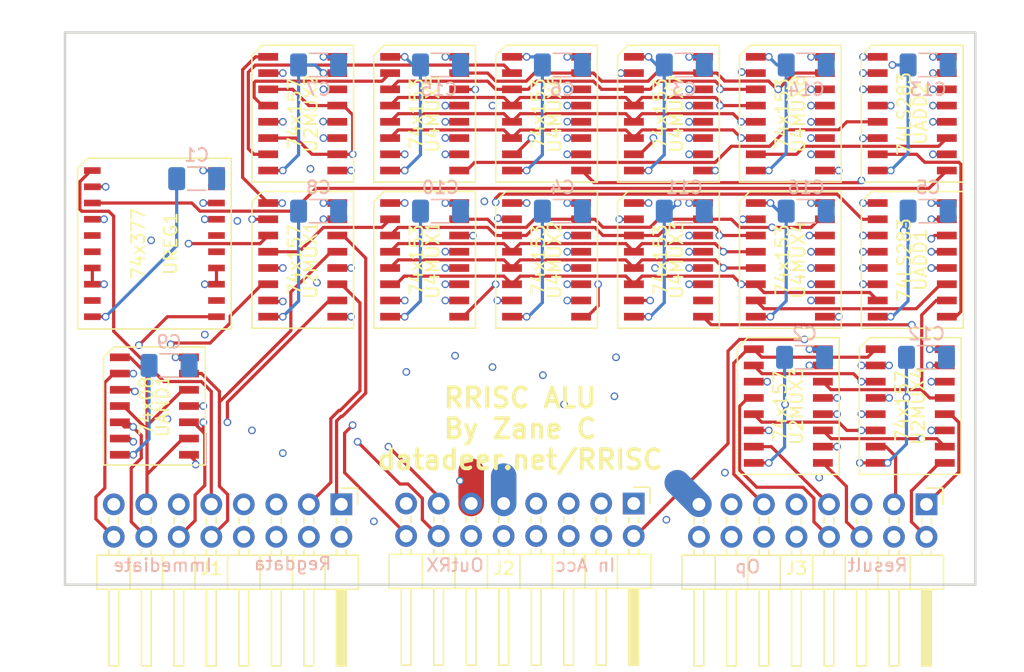
<source format=kicad_pcb>
(kicad_pcb (version 20221018) (generator pcbnew)
  (layers (0 "F.Cu" signal) (1 "In1.Cu" signal) (2 "In2.Cu" signal) (31 "B.Cu" signal) (34 "B.Paste" user) (35 "F.Paste" user) (36 "B.SilkS" user "B.Silkscreen") (37 "F.SilkS" user "F.Silkscreen") (38 "B.Mask" user) (39 "F.Mask" user) (44 "Edge.Cuts" user))
  (net 0 "")
  (net 1 "1")
  (net 2 "0")
  (net 3 "/IN_ACC0")
  (net 4 "/IN_REGDATA0")
  (net 5 "/IN_ACC1")
  (net 6 "/IN_REGDATA1")
  (net 7 "/IN_ACC2")
  (net 8 "/IN_REGDATA2")
  (net 9 "/IN_ACC3")
  (net 10 "/IN_REGDATA3")
  (net 11 "/IN_ACC4")
  (net 12 "/IN_REGDATA4")
  (net 13 "/IN_ACC5")
  (net 14 "/IN_REGDATA5")
  (net 15 "/IN_ACC6")
  (net 16 "/IN_REGDATA6")
  (net 17 "/IN_ACC7")
  (net 18 "/IN_REGDATA7")
  (net 19 "/IN_R3")
  (net 20 "/OUT_RESULT7")
  (net 21 "/IN_R2")
  (net 22 "/OUT_RESULT6")
  (net 23 "/IN_R1")
  (net 24 "/OUT_RESULT5")
  (net 25 "/IN_R0")
  (net 26 "/OUT_RESULT4")
  (net 27 "/OPB_IS_IMM")
  (net 28 "/OUT_RESULT3")
  (net 29 "/OUT_RESULT2")
  (net 30 "/OUT_RESULT1")
  (net 31 "/OUT_RESULT0")
  (net 32 "/IN_IMMEDIATE0")
  (net 33 "/IN_IMMEDIATE1")
  (net 34 "/CHANGEOUT")
  (net 35 "/IN_IMMEDIATE2")
  (net 36 "/~{IN_L}")
  (net 37 "/IN_IMMEDIATE3")
  (net 38 "/SWAP_NIBBLES")
  (net 39 "/OUT_RX_ID0")
  (net 40 "/OUT_CARRY")
  (net 41 "/OUT_RX_ID1")
  (net 42 "/IMM_HIGH")
  (net 43 "/OUT_RX_ID2")
  (net 44 "/CLK")
  (net 45 "/OUT_RX_ID3")
  (net 46 "/ADDOUT1")
  (net 47 "/ADD_RIGHT1")
  (net 48 "/ADD_LEFT1")
  (net 49 "/ADDOUT0")
  (net 50 "/ADD_LEFT0")
  (net 51 "/ADD_RIGHT0")
  (net 52 "/ADDOUT3")
  (net 53 "/ADD_RIGHT3")
  (net 54 "/ADD_LEFT3")
  (net 55 "/ADDOUT2")
  (net 56 "/ADD_LEFT2")
  (net 57 "/ADD_RIGHT2")
  (net 58 "/ADDOUT5")
  (net 59 "/ADD_RIGHT5")
  (net 60 "/ADD_LEFT5")
  (net 61 "/ADDOUT4")
  (net 62 "/ADD_LEFT4")
  (net 63 "/ADD_RIGHT4")
  (net 64 "/ADDOUT7")
  (net 65 "/ADD_RIGHT7")
  (net 66 "/ADD_LEFT7")
  (net 67 "/ADDOUT6")
  (net 68 "/ADD_LEFT6")
  (net 69 "/ADD_RIGHT6")
  (net 70 "/OPB0")
  (net 71 "/OPB1")
  (net 72 "/OPB2")
  (net 73 "/OPB3")
  (net 74 "/OPB4")
  (net 75 "/OPB5")
  (net 76 "/OPB6")
  (net 77 "/OPB7")
  (net 78 "/~{CARRY_WE}")
  (net 86 "Net-(UADD1-Pad9)")
  (net 87 "Net-(UADD2-Pad9)")
  (footprint "000custom:D_R-PDSO-G16" (layer "F.Cu") (at 137.955 121.92 -90)
    (fp_text reference "U2MUX1")
    (fp_text value "74x157")
  )
  (footprint "000custom:D_R-PDSO-G16" (layer "F.Cu") (at 166.53 121.92 -90)
    (fp_text reference "U4MUX3")
    (fp_text value "74x153")
  )
  (footprint "Connector_PinHeader_2.54mm:PinHeader_2x08_P2.54mm_Horizontal" (layer "F.Cu") (at 186.69 141.035 -90)
    (fp_text reference "J3")
    (fp_text value "connector_2x8")
  )
  (footprint "000custom:D_R-PDSO-G16" (layer "F.Cu") (at 175.895 133.35 -90)
    (fp_text reference "U2MUX3")
    (fp_text value "74x157")
  )
  (footprint "000custom:D_R-PDSO-G16" (layer "F.Cu") (at 185.58 110.49 -90)
    (fp_text reference "UADD2")
    (fp_text value "74LS283")
  )
  (footprint "000custom:D_R-PDSO-G16" (layer "F.Cu") (at 185.42 133.35 -90)
    (fp_text reference "U2MUX4")
    (fp_text value "74x157")
  )
  (footprint "000custom:D_R-PDSO-G16" (layer "F.Cu") (at 147.48 121.92 -90)
    (fp_text reference "U4MUX1")
    (fp_text value "74x153")
  )
  (footprint "000custom:D_R-PDSO-G16" (layer "F.Cu") (at 157.005 110.49 -90)
    (fp_text reference "U4MUX6")
    (fp_text value "74x153")
  )
  (footprint "Connector_PinHeader_2.54mm:PinHeader_2x08_P2.54mm_Horizontal" (layer "F.Cu") (at 163.815 140.97 -90)
    (fp_text reference "J2")
    (fp_text value "connector_2x8")
  )
  (footprint "000custom:D_R-PDSO-G16" (layer "F.Cu") (at 147.48 110.49 -90)
    (fp_text reference "U4MUX5")
    (fp_text value "74x153")
  )
  (footprint "000custom:ON-SOIC20-WB" (layer "F.Cu") (at 126.365 120.65 -90)
    (fp_text reference "UREG1")
    (fp_text value "74x377")
  )
  (footprint "000custom:D_R-PDSO-G16" (layer "F.Cu") (at 176.055 121.92 -90)
    (fp_text reference "U4MUX4")
    (fp_text value "74x153")
  )
  (footprint "000custom:D_R-PDSO-G16" (layer "F.Cu") (at 137.955 110.49 -90)
    (fp_text reference "U2MUX2")
    (fp_text value "74x157")
  )
  (footprint "000custom:D_R-PDSO-G16" (layer "F.Cu") (at 166.53 110.49 -90)
    (fp_text reference "U4MUX7")
    (fp_text value "74x153")
  )
  (footprint "000custom:D_R-PDSO-G16" (layer "F.Cu") (at 176.055 110.49 -90)
    (fp_text reference "U4MUX8")
    (fp_text value "74x153")
  )
  (footprint "000custom:D_R-PDSO-G14" (layer "F.Cu") (at 126.365 133.35 -90)
    (fp_text reference "UAND1")
    (fp_text value "74x08")
  )
  (footprint "Connector_PinHeader_2.54mm:PinHeader_2x08_P2.54mm_Horizontal" (layer "F.Cu") (at 140.97 141.035 -90)
    (fp_text reference "J1")
    (fp_text value "connector_2x8")
  )
  (footprint "000custom:D_R-PDSO-G16" (layer "F.Cu") (at 185.58 121.92 -90)
    (fp_text reference "UADD1")
    (fp_text value "74LS283")
  )
  (footprint "000custom:D_R-PDSO-G16" (layer "F.Cu") (at 157.005 121.92 -90)
    (fp_text reference "U4MUX2")
    (fp_text value "74x153")
  )
  (footprint "Capacitor_SMD:C_1206_3216Metric_Pad1.33x1.80mm_HandSolder" (layer "B.Cu") (at 186.817 118.11 180)
    (fp_text reference "C5")
    (fp_text value ".1uF")
  )
  (footprint "Capacitor_SMD:C_1206_3216Metric_Pad1.33x1.80mm_HandSolder" (layer "B.Cu") (at 148.717 106.68 180)
    (fp_text reference "C15")
    (fp_text value ".1uF")
  )
  (footprint "Capacitor_SMD:C_1206_3216Metric_Pad1.33x1.80mm_HandSolder" (layer "B.Cu") (at 129.667 115.57 180)
    (fp_text reference "C1")
    (fp_text value ".1uF")
  )
  (footprint "Capacitor_SMD:C_1206_3216Metric_Pad1.33x1.80mm_HandSolder" (layer "B.Cu") (at 148.717 118.11 180)
    (fp_text reference "C10")
    (fp_text value ".1uF")
  )
  (footprint "Capacitor_SMD:C_1206_3216Metric_Pad1.33x1.80mm_HandSolder" (layer "B.Cu") (at 186.69 129.54 180)
    (fp_text reference "C12")
    (fp_text value ".1uF")
  )
  (footprint "Capacitor_SMD:C_1206_3216Metric_Pad1.33x1.80mm_HandSolder" (layer "B.Cu") (at 186.817 106.68 180)
    (fp_text reference "C13")
    (fp_text value ".1uF")
  )
  (footprint "Capacitor_SMD:C_1206_3216Metric_Pad1.33x1.80mm_HandSolder" (layer "B.Cu") (at 127.508 130.175 180)
    (fp_text reference "C9")
    (fp_text value ".1uF")
  )
  (footprint "Capacitor_SMD:C_1206_3216Metric_Pad1.33x1.80mm_HandSolder" (layer "B.Cu") (at 167.767 118.11 180)
    (fp_text reference "C11")
    (fp_text value ".1uF")
  )
  (footprint "Capacitor_SMD:C_1206_3216Metric_Pad1.33x1.80mm_HandSolder" (layer "B.Cu") (at 177.165 129.54 180)
    (fp_text reference "C2")
    (fp_text value ".1uF")
  )
  (footprint "Capacitor_SMD:C_1206_3216Metric_Pad1.33x1.80mm_HandSolder" (layer "B.Cu") (at 177.292 118.11 180)
    (fp_text reference "C16")
    (fp_text value ".1uF")
  )
  (footprint "Capacitor_SMD:C_1206_3216Metric_Pad1.33x1.80mm_HandSolder" (layer "B.Cu") (at 139.192 118.11 180)
    (fp_text reference "C8")
    (fp_text value ".1uF")
  )
  (footprint "Capacitor_SMD:C_1206_3216Metric_Pad1.33x1.80mm_HandSolder" (layer "B.Cu") (at 139.192 106.68 180)
    (fp_text reference "C7")
    (fp_text value ".1uF")
  )
  (footprint "Capacitor_SMD:C_1206_3216Metric_Pad1.33x1.80mm_HandSolder" (layer "B.Cu") (at 158.242 106.68 180)
    (fp_text reference "C6")
    (fp_text value ".1uF")
  )
  (footprint "Capacitor_SMD:C_1206_3216Metric_Pad1.33x1.80mm_HandSolder" (layer "B.Cu") (at 167.767 106.68 180)
    (fp_text reference "C3")
    (fp_text value ".1uF")
  )
  (footprint "Capacitor_SMD:C_1206_3216Metric_Pad1.33x1.80mm_HandSolder" (layer "B.Cu") (at 158.242 118.11 180)
    (fp_text reference "C4")
    (fp_text value ".1uF")
  )
  (footprint "Capacitor_SMD:C_1206_3216Metric_Pad1.33x1.80mm_HandSolder" (layer "B.Cu") (at 177.292 106.68 180)
    (fp_text reference "C14")
    (fp_text value ".1uF")
  )
  (gr_rect (start 119.38 104.14) (end 190.5 147.32) (stroke (width 0.2)) (fill none) (layer "Edge.Cuts"))
  (gr_text "OutRX" (at 149.86 145.796) (layer "B.SilkS") (effects (font (size 1 1)) (justify mirror)))
  (gr_text "Op" (at 172.716025 145.911583) (layer "B.SilkS") (effects (font (size 1 1)) (justify mirror)))
  (gr_text "In Acc" (at 160.02 145.796) (layer "B.SilkS") (effects (font (size 1 1)) (justify mirror)))
  (gr_text "Result" (at 182.88 145.796) (layer "B.SilkS") (effects (font (size 1 1)) (justify mirror)))
  (gr_text "Regdata" (at 137.16 145.669) (layer "B.SilkS") (effects (font (size 1 1)) (justify mirror)))
  (gr_text "Immediate" (at 127 145.796) (layer "B.SilkS") (effects (font (size 1 1)) (justify mirror)))
  (gr_text "RRISC ALU\nBy Zane C\ndatadeer.net/RRISC" (at 154.94 135.128) (layer "F.SilkS") (effects (font (size 1.5 1.5) (thickness 0.3))))
  (segment (start 178.755 121.285) (end 177.673 121.285) (width 0.25) (layer "F.Cu") (net 1))
  (segment (start 150.18 123.825) (end 149.098 123.825) (width 0.25) (layer "F.Cu") (net 1))
  (segment (start 150.18 121.285) (end 149.1085 121.285) (width 0.25) (layer "F.Cu") (net 1))
  (segment (start 149.1085 112.395) (end 150.18 112.395) (width 0.25) (layer "F.Cu") (net 1))
  (segment (start 188.28 117.475) (end 187.071 117.475) (width 0.25) (layer "F.Cu") (net 1))
  (segment (start 158.6235 112.395) (end 158.623 112.3945) (width 0.25) (layer "F.Cu") (net 1))
  (segment (start 150.18 117.475) (end 149.098 117.475) (width 0.25) (layer "F.Cu") (net 1))
  (segment (start 178.595 128.905) (end 177.546 128.905) (width 0.25) (layer "F.Cu") (net 1))
  (segment (start 178.755 117.475) (end 177.673 117.475) (width 0.25) (layer "F.Cu") (net 1))
  (segment (start 149.1085 121.285) (end 149.098 121.2745) (width 0.25) (layer "F.Cu") (net 1))
  (segment (start 150.18 106.045) (end 149.098 106.045) (width 0.25) (layer "F.Cu") (net 1))
  (segment (start 131.215 114.935) (end 130.175 114.935) (width 0.25) (layer "F.Cu") (net 1))
  (segment (start 188.28 106.045) (end 187.198 106.045) (width 0.25) (layer "F.Cu") (net 1))
  (segment (start 169.23 106.045) (end 168.148 106.045) (width 0.25) (layer "F.Cu") (net 1))
  (segment (start 149.098 112.3845) (end 149.1085 112.395) (width 0.25) (layer "F.Cu") (net 1))
  (segment (start 140.655 117.475) (end 139.573 117.475) (width 0.25) (layer "F.Cu") (net 1))
  (segment (start 169.23 109.855) (end 168.148 109.855) (width 0.25) (layer "F.Cu") (net 1))
  (segment (start 169.23 117.475) (end 168.148 117.475) (width 0.25) (layer "F.Cu") (net 1))
  (segment (start 188.12 128.905) (end 186.944 128.905) (width 0.25) (layer "F.Cu") (net 1))
  (segment (start 159.705 123.825) (end 158.623 123.825) (width 0.25) (layer "F.Cu") (net 1))
  (segment (start 178.755 112.395) (end 177.673 112.395) (width 0.25) (layer "F.Cu") (net 1))
  (segment (start 178.755 123.825) (end 177.673 123.825) (width 0.25) (layer "F.Cu") (net 1))
  (segment (start 159.705 121.285) (end 158.623 121.285) (width 0.25) (layer "F.Cu") (net 1))
  (segment (start 159.705 109.855) (end 158.623 109.855) (width 0.25) (layer "F.Cu") (net 1))
  (segment (start 178.755 106.045) (end 177.673 106.045) (width 0.25) (layer "F.Cu") (net 1))
  (segment (start 169.23 123.825) (end 168.148 123.825) (width 0.25) (layer "F.Cu") (net 1))
  (segment (start 178.755 109.855) (end 177.673 109.855) (width 0.25) (layer "F.Cu") (net 1))
  (segment (start 140.655 106.045) (end 139.573 106.045) (width 0.25) (layer "F.Cu") (net 1))
  (segment (start 159.705 112.395) (end 158.6235 112.395) (width 0.25) (layer "F.Cu") (net 1))
  (segment (start 169.23 121.285) (end 168.148 121.285) (width 0.25) (layer "F.Cu") (net 1))
  (segment (start 159.705 117.475) (end 158.623 117.475) (width 0.25) (layer "F.Cu") (net 1))
  (segment (start 169.23 112.395) (end 168.148 112.395) (width 0.25) (layer "F.Cu") (net 1))
  (segment (start 150.18 109.855) (end 149.098 109.855) (width 0.25) (layer "F.Cu") (net 1))
  (segment (start 159.705 106.045) (end 158.623 106.045) (width 0.25) (layer "F.Cu") (net 1))
  (via (at 168.148 121.285) (size 0.6) (drill 0.4) (layers "F.Cu" "B.Cu") (net 1))
  (via (at 177.673 112.395) (size 0.6) (drill 0.4) (layers "F.Cu" "B.Cu") (net 1))
  (via (at 139.573 117.475) (size 0.6) (drill 0.4) (layers "F.Cu" "B.Cu") (net 1))
  (via (at 177.673 109.855) (size 0.6) (drill 0.4) (layers "F.Cu" "B.Cu") (net 1))
  (via (at 187.198 106.045) (size 0.6) (drill 0.4) (layers "F.Cu" "B.Cu") (net 1))
  (via (at 177.673 121.285) (size 0.6) (drill 0.4) (layers "F.Cu" "B.Cu") (net 1))
  (via (at 168.148 117.475) (size 0.6) (drill 0.4) (layers "F.Cu" "B.Cu") (net 1))
  (via (at 186.944 128.905) (size 0.6) (drill 0.4) (layers "F.Cu" "B.Cu") (net 1))
  (via (at 158.623 121.285) (size 0.6) (drill 0.4) (layers "F.Cu" "B.Cu") (net 1))
  (via (at 177.673 123.825) (size 0.6) (drill 0.4) (layers "F.Cu" "B.Cu") (net 1))
  (via (at 158.623 117.475) (size 0.6) (drill 0.4) (layers "F.Cu" "B.Cu") (net 1))
  (via (at 168.148 106.045) (size 0.6) (drill 0.4) (layers "F.Cu" "B.Cu") (net 1))
  (via (at 168.148 123.825) (size 0.6) (drill 0.4) (layers "F.Cu" "B.Cu") (net 1))
  (via (at 168.148 109.855) (size 0.6) (drill 0.4) (layers "F.Cu" "B.Cu") (net 1))
  (via (at 158.623 123.825) (size 0.6) (drill 0.4) (layers "F.Cu" "B.Cu") (net 1))
  (via (at 130.175 114.935) (size 0.6) (drill 0.4) (layers "F.Cu" "B.Cu") (net 1))
  (via (at 149.098 112.3845) (size 0.6) (drill 0.4) (layers "F.Cu" "B.Cu") (net 1))
  (via (at 139.573 106.045) (size 0.6) (drill 0.4) (layers "F.Cu" "B.Cu") (net 1))
  (via (at 158.623 112.3945) (size 0.6) (drill 0.4) (layers "F.Cu" "B.Cu") (net 1))
  (via (at 168.148 112.395) (size 0.6) (drill 0.4) (layers "F.Cu" "B.Cu") (net 1))
  (via (at 149.098 121.2745) (size 0.6) (drill 0.4) (layers "F.Cu" "B.Cu") (net 1))
  (via (at 177.673 106.045) (size 0.6) (drill 0.4) (layers "F.Cu" "B.Cu") (net 1))
  (via (at 187.071 117.475) (size 0.6) (drill 0.4) (layers "F.Cu" "B.Cu") (net 1))
  (via (at 177.673 117.475) (size 0.6) (drill 0.4) (layers "F.Cu" "B.Cu") (net 1))
  (via (at 128.016 129.54) (size 0.6) (drill 0.4) (layers "F.Cu" "B.Cu") (net 1))
  (via (at 149.098 106.045) (size 0.6) (drill 0.4) (layers "F.Cu" "B.Cu") (net 1))
  (via (at 177.546 128.905) (size 0.6) (drill 0.4) (layers "F.Cu" "B.Cu") (net 1))
  (via (at 158.623 106.045) (size 0.6) (drill 0.4) (layers "F.Cu" "B.Cu") (net 1))
  (via (at 158.623 109.855) (size 0.6) (drill 0.4) (layers "F.Cu" "B.Cu") (net 1))
  (via (at 149.098 123.825) (size 0.6) (drill 0.4) (layers "F.Cu" "B.Cu") (net 1))
  (via (at 149.098 109.855) (size 0.6) (drill 0.4) (layers "F.Cu" "B.Cu") (net 1))
  (via (at 149.098 117.475) (size 0.6) (drill 0.4) (layers "F.Cu" "B.Cu") (net 1))
  (segment (start 187.071 117.475) (end 187.7445 117.475) (width 0.25) (layer "B.Cu") (net 1))
  (segment (start 187.6175 128.905) (end 188.2525 129.54) (width 0.25) (layer "B.Cu") (net 1))
  (segment (start 139.573 106.045) (end 140.1195 106.045) (width 0.25) (layer "B.Cu") (net 1))
  (segment (start 178.2195 106.045) (end 178.8545 106.68) (width 0.25) (layer "B.Cu") (net 1))
  (segment (start 177.673 117.475) (end 178.2195 117.475) (width 0.25) (layer "B.Cu") (net 1))
  (segment (start 149.098 106.045) (end 149.6445 106.045) (width 0.25) (layer "B.Cu") (net 1))
  (segment (start 187.7445 117.475) (end 188.3795 118.11) (width 0.25) (layer "B.Cu") (net 1))
  (segment (start 130.175 114.935) (end 130.5945 114.935) (width 0.25) (layer "B.Cu") (net 1))
  (segment (start 130.5945 114.935) (end 131.2295 115.57) (width 0.25) (layer "B.Cu") (net 1))
  (segment (start 187.198 106.045) (end 187.7445 106.045) (width 0.25) (layer "B.Cu") (net 1))
  (segment (start 186.944 128.905) (end 187.6175 128.905) (width 0.25) (layer "B.Cu") (net 1))
  (segment (start 159.1695 117.475) (end 159.8045 118.11) (width 0.25) (layer "B.Cu") (net 1))
  (segment (start 140.1195 117.475) (end 140.7545 118.11) (width 0.25) (layer "B.Cu") (net 1))
  (segment (start 178.2195 117.475) (end 178.8545 118.11) (width 0.25) (layer "B.Cu") (net 1))
  (segment (start 168.6945 117.475) (end 169.3295 118.11) (width 0.25) (layer "B.Cu") (net 1))
  (segment (start 177.546 128.905) (end 178.0925 128.905) (width 0.25) (layer "B.Cu") (net 1))
  (segment (start 128.4355 129.54) (end 129.0705 130.175) (width 0.25) (layer "B.Cu") (net 1))
  (segment (start 128.016 129.54) (end 128.4355 129.54) (width 0.25) (layer "B.Cu") (net 1))
  (segment (start 140.1195 106.045) (end 140.7545 106.68) (width 0.25) (layer "B.Cu") (net 1))
  (segment (start 159.1695 106.045) (end 159.8045 106.68) (width 0.25) (layer "B.Cu") (net 1))
  (segment (start 168.6945 106.045) (end 169.3295 106.68) (width 0.25) (layer "B.Cu") (net 1))
  (segment (start 158.623 117.475) (end 159.1695 117.475) (width 0.25) (layer "B.Cu") (net 1))
  (segment (start 149.098 117.475) (end 149.6445 117.475) (width 0.25) (layer "B.Cu") (net 1))
  (segment (start 149.6445 117.475) (end 150.2795 118.11) (width 0.25) (layer "B.Cu") (net 1))
  (segment (start 158.623 106.045) (end 159.1695 106.045) (width 0.25) (layer "B.Cu") (net 1))
  (segment (start 168.148 106.045) (end 168.6945 106.045) (width 0.25) (layer "B.Cu") (net 1))
  (segment (start 149.6445 106.045) (end 150.2795 106.68) (width 0.25) (layer "B.Cu") (net 1))
  (segment (start 187.7445 106.045) (end 188.3795 106.68) (width 0.25) (layer "B.Cu") (net 1))
  (segment (start 178.0925 128.905) (end 178.7275 129.54) (width 0.25) (layer "B.Cu") (net 1))
  (segment (start 168.91 141.035) (end 167.2194 139.3444) (width 2) (layer "B.Cu") (net 1))
  (segment (start 139.573 117.475) (end 140.1195 117.475) (width 0.25) (layer "B.Cu") (net 1))
  (segment (start 168.148 117.475) (end 168.6945 117.475) (width 0.25) (layer "B.Cu") (net 1))
  (segment (start 153.655 140.97) (end 153.655 138.826) (width 2) (layer "B.Cu") (net 1))
  (segment (start 177.673 106.045) (end 178.2195 106.045) (width 0.25) (layer "B.Cu") (net 1))
  (segment (start 121.515 123.825) (end 122.428 123.825) (width 0.25) (layer "F.Cu") (net 2))
  (segment (start 178.755 125.095) (end 177.673 125.095) (width 0.25) (layer "F.Cu") (net 2))
  (segment (start 159.705 122.555) (end 158.6335 122.555) (width 0.25) (layer "F.Cu") (net 2))
  (segment (start 169.23 113.665) (end 168.148 113.665) (width 0.25) (layer "F.Cu") (net 2))
  (segment (start 154.305 126.365) (end 155.448 126.365) (width 0.25) (layer "F.Cu") (net 2))
  (segment (start 131.215 117.475) (end 130.175 117.475) (width 0.25) (layer "F.Cu") (net 2))
  (segment (start 144.78 114.935) (end 145.923 114.935) (width 0.25) (layer "F.Cu") (net 2))
  (segment (start 144.78 106.045) (end 145.923 106.045) (width 0.25) (layer "F.Cu") (net 2))
  (segment (start 173.195 137.795) (end 174.371 137.795) (width 0.25) (layer "F.Cu") (net 2))
  (segment (start 131.215 123.825) (end 130.302 123.825) (width 0.25) (layer "F.Cu") (net 2))
  (segment (start 173.355 117.475) (end 174.498 117.475) (width 0.25) (layer "F.Cu") (net 2))
  (segment (start 158.6335 122.555) (end 158.623 122.5445) (width 0.25) (layer "F.Cu") (net 2))
  (segment (start 154.305 106.045) (end 155.448 106.045) (width 0.25) (layer "F.Cu") (net 2))
  (segment (start 139.573 118.745) (end 140.655 118.745) (width 0.25) (layer "F.Cu") (net 2))
  (segment (start 144.78 117.475) (end 145.923 117.475) (width 0.25) (layer "F.Cu") (net 2))
  (segment (start 131.215 122.555) (end 131.215 123.825) (width 0.25) (layer "F.Cu") (net 2))
  (segment (start 159.705 125.095) (end 158.623 125.095) (width 0.25) (layer "F.Cu") (net 2))
  (segment (start 154.305 114.935) (end 155.448 114.935) (width 0.25) (layer "F.Cu") (net 2))
  (segment (start 178.755 111.125) (end 177.673 111.125) (width 0.25) (layer "F.Cu") (net 2))
  (segment (start 178.755 113.665) (end 177.673 113.665) (width 0.25) (layer "F.Cu") (net 2))
  (segment (start 169.23 122.555) (end 168.148 122.555) (width 0.25) (layer "F.Cu") (net 2))
  (segment (start 183.6525 137.795) (end 182.72 137.795) (width 0.25) (layer "F.Cu") (net 2))
  (segment (start 121.515 122.555) (end 121.515 123.825) (width 0.25) (layer "F.Cu") (net 2))
  (segment (start 151.115 140.97) (end 151.115 138.445) (width 2) (layer "F.Cu") (net 2))
  (segment (start 163.83 114.935) (end 164.973 114.935) (width 0.25) (layer "F.Cu") (net 2))
  (segment (start 144.78 126.365) (end 145.923 126.365) (width 0.25) (layer "F.Cu") (net 2))
  (segment (start 182.88 126.365) (end 183.896 126.365) (width 0.25) (layer "F.Cu") (net 2))
  (segment (start 188.12 130.175) (end 186.944 130.175) (width 0.25) (layer "F.Cu") (net 2))
  (segment (start 150.18 113.665) (end 149.098 113.665) (width 0.25) (layer "F.Cu") (net 2))
  (segment (start 173.355 106.045) (end 174.371 106.045) (width 0.25) (layer "F.Cu") (net 2))
  (segment (start 163.83 106.045) (end 164.973 106.045) (width 0.25) (layer "F.Cu") (net 2))
  (segment (start 123.665 137.16) (end 124.714 137.16) (width 0.25) (layer "F.Cu") (net 2))
  (segment (start 150.18 111.125) (end 149.098 111.125) (width 0.25) (layer "F.Cu") (net 2))
  (segment (start 159.705 111.125) (end 158.6335 111.125) (width 0.25) (layer "F.Cu") (net 2))
  (segment (start 178.595 130.175) (end 177.546 130.175) (width 0.25) (layer "F.Cu") (net 2))
  (segment (start 131.215 118.745) (end 130.302 118.745) (width 0.25) (layer "F.Cu") (net 2))
  (segment (start 121.515 126.365) (end 122.555 126.365) (width 0.25) (layer "F.Cu") (net 2))
  (segment (start 140.655 107.315) (end 139.573 107.315) (width 0.25) (layer "F.Cu") (net 2))
  (segment (start 173.355 126.365) (end 174.498 126.365) (width 0.25) (layer "F.Cu") (net 2))
  (segment (start 121.515 118.745) (end 122.428 118.745) (width 0.25) (layer "F.Cu") (net 2))
  (segment (start 169.23 111.125) (end 168.148 111.125) (width 0.25) (layer "F.Cu") (net 2))
  (segment (start 150.18 125.095) (end 149.098 125.095) (width 0.25) (layer "F.Cu") (net 2))
  (segment (start 135.255 126.365) (end 136.398 126.365) (width 0.25) (layer "F.Cu") (net 2))
  (segment (start 150.18 122.555) (end 149.098 122.555) (width 0.25) (layer "F.Cu") (net 2))
  (segment (start 182.88 114.935) (end 183.896 114.935) (width 0.25) (layer "F.Cu") (net 2))
  (segment (start 158.6335 111.125) (end 158.623 111.1145) (width 0.25) (layer "F.Cu") (net 2))
  (segment (start 182.72 137.795) (end 181.483 137.795) (width 0.25) (layer "F.Cu") (net 2))
  (segment (start 173.355 114.935) (end 174.371 114.935) (width 0.25) (layer "F.Cu") (net 2))
  (segment (start 163.83 117.475) (end 164.973 117.475) (width 0.25) (layer "F.Cu") (net 2))
  (segment (start 163.83 126.365) (end 164.973 126.365) (width 0.25) (layer "F.Cu") (net 2))
  (segment (start 154.305 117.475) (end 155.448 117.475) (width 0.25) (layer "F.Cu") (net 2))
  (segment (start 135.255 114.935) (end 136.398 114.935) (width 0.25) (layer "F.Cu") (net 2))
  (segment (start 178.755 122.555) (end 177.673 122.555) (width 0.25) (layer "F.Cu") (net 2))
  (segment (start 159.705 113.665) (end 158.623 113.665) (width 0.25) (layer "F.Cu") (net 2))
  (via (at 186.944 130.175) (size 0.6) (drill 0.4) (layers "F.Cu" "B.Cu") (net 2))
  (via (at 168.148 113.665) (size 0.6) (drill 0.4) (layers "F.Cu" "B.Cu") (net 2))
  (via (at 145.923 117.475) (size 0.6) (drill 0.4) (layers "F.Cu" "B.Cu") (net 2))
  (via (at 130.302 127.762) (size 0.6) (drill 0.4) (layers "F.Cu" "B.Cu") (net 2))
  (via (at 138.557 114.808) (size 0.6) (drill 0.4) (layers "F.Cu" "B.Cu") (net 2))
  (via (at 174.498 117.475) (size 0.6) (drill 0.4) (layers "F.Cu" "B.Cu") (net 2))
  (via (at 150.241 139.192) (size 0.6) (drill 0.4) (layers "F.Cu" "B.Cu") (net 2))
  (via (at 149.86 129.413) (size 0.6) (drill 0.4) (layers "F.Cu" "B.Cu") (net 2))
  (via (at 130.302 123.825) (size 0.6) (drill 0.4) (layers "F.Cu" "B.Cu") (net 2))
  (via (at 149.098 113.665) (size 0.6) (drill 0.4) (layers "F.Cu" "B.Cu") (net 2))
  (via (at 174.371 106.045) (size 0.6) (drill 0.4) (layers "F.Cu" "B.Cu") (net 2))
  (via (at 145.923 114.935) (size 0.6) (drill 0.4) (layers "F.Cu" "B.Cu") (net 2))
  (via (at 164.973 106.045) (size 0.6) (drill 0.4) (layers "F.Cu" "B.Cu") (net 2))
  (via (at 152.146 117.348) (size 0.6) (drill 0.4) (layers "F.Cu" "B.Cu") (net 2))
  (via (at 136.398 137.033) (size 0.6) (drill 0.4) (layers "F.Cu" "B.Cu") (net 2))
  (via (at 181.483 137.795) (size 0.6) (drill 0.4) (layers "F.Cu" "B.Cu") (net 2))
  (via (at 156.718 130.937) (size 0.6) (drill 0.4) (layers "F.Cu" "B.Cu") (net 2))
  (via (at 183.896 126.365) (size 0.6) (drill 0.4) (layers "F.Cu" "B.Cu") (net 2))
  (via (at 122.428 118.745) (size 0.6) (drill 0.4) (layers "F.Cu" "B.Cu") (net 2))
  (via (at 184.025621 106.679876) (size 0.6) (drill 0.4) (layers "F.Cu" "B.Cu") (net 2))
  (via (at 167.2485 117.475) (size 0.6) (drill 0.4) (layers "F.Cu" "B.Cu") (net 2))
  (via (at 183.896 114.935) (size 0.6) (drill 0.4) (layers "F.Cu" "B.Cu") (net 2))
  (via (at 174.498 126.365) (size 0.6) (drill 0.4) (layers "F.Cu" "B.Cu") (net 2))
  (via (at 126.111 120.396) (size 0.6) (drill 0.4) (layers "F.Cu" "B.Cu") (net 2))
  (via (at 124.714 137.16) (size 0.6) (drill 0.4) (layers "F.Cu" "B.Cu") (net 2))
  (via (at 152.781 130.302) (size 0.6) (drill 0.4) (layers "F.Cu" "B.Cu") (net 2))
  (via (at 183.6525 137.795) (size 0.6) (drill 0.4) (layers "F.Cu" "B.Cu") (net 2))
  (via (at 139.573 118.745) (size 0.6) (drill 0.4) (layers "F.Cu" "B.Cu") (net 2))
  (via (at 177.673 122.555) (size 0.6) (drill 0.4) (layers "F.Cu" "B.Cu") (net 2))
  (via (at 166.37 142.24) (size 0.6) (drill 0.4) (layers "F.Cu" "B.Cu") (net 2))
  (via (at 178.308 138.938) (size 0.6) (drill 0.4) (layers "F.Cu" "B.Cu") (net 2))
  (via (at 136.398 114.935) (size 0.6) (drill 0.4) (layers "F.Cu" "B.Cu") (net 2))
  (via (at 158.369 133.223) (size 0.6) (drill 0.4) (layers "F.Cu" "B.Cu") (net 2))
  (via (at 139.065 123.698) (size 0.6) (drill 0.4) (layers "F.Cu" "B.Cu") (net 2))
  (via (at 174.371 137.795) (size 0.6) (drill 0.4) (layers "F.Cu" "B.Cu") (net 2))
  (via (at 174.371 114.935) (size 0.6) (drill 0.4) (layers "F.Cu" "B.Cu") (net 2))
  (via (at 122.428 123.825) (size 0.6) (drill 0.4) (layers "F.Cu" "B.Cu") (net 2))
  (via (at 127.381 134.366) (size 0.6) (drill 0.4) (layers "F.Cu" "B.Cu") (net 2))
  (via (at 155.448 114.935) (size 0.6) (drill 0.4) (layers "F.Cu" "B.Cu") (net 2))
  (via (at 158.623 113.665) (size 0.6) (drill 0.4) (layers "F.Cu" "B.Cu") (net 2))
  (via (at 170.942 138.557) (size 0.6) (drill 0.4) (layers "F.Cu" "B.Cu") (net 2))
  (via (at 177.673 113.665) (size 0.6) (drill 0.4) (layers "F.Cu" "B.Cu") (net 2))
  (via (at 165.481 122.555) (size 0.6) (drill 0.4) (layers "F.Cu" "B.Cu") (net 2))
  (via (at 146.05 130.683) (size 0.6) (drill 0.4) (layers "F.Cu" "B.Cu") (net 2))
  (via (at 175.641 133.223) (size 0.6) (drill 0.4) (layers "F.Cu" "B.Cu") (net 2))
  (via (at 145.923 126.365) (size 0.6) (drill 0.4) (layers "F.Cu" "B.Cu") (net 2))
  (via (at 155.448 117.475) (size 0.6) (drill 0.4) (layers "F.Cu" "B.Cu") (net 2))
  (via (at 155.448 126.365) (size 0.6) (drill 0.4) (layers "F.Cu" "B.Cu") (net 2))
  (via (at 136.398 126.365) (size 0.6) (drill 0.4) (layers "F.Cu" "B.Cu") (net 2))
  (via (at 185.1275 132.7045) (size 0.6) (drill 0.4) (layers "F.Cu" "B.Cu") (net 2))
  (via (at 158.623 125.095) (size 0.6) (drill 0.4) (layers "F.Cu" "B.Cu") (net 2))
  (via (at 149.098 111.125) (size 0.6) (drill 0.4) (layers "F.Cu" "B.Cu") (net 2))
  (via (at 184.912 119.634) (size 0.6) (drill 0.4) (layers "F.Cu" "B.Cu") (net 2))
  (via (at 164.973 126.365) (size 0.6) (drill 0.4) (layers "F.Cu" "B.Cu") (net 2))
  (via (at 162.433 129.54) (size 0.6) (drill 0.4) (layers "F.Cu" "B.Cu") (net 2))
  (via (at 145.923 106.045) (size 0.6) (drill 0.4) (layers "F.Cu" "B.Cu") (net 2))
  (via (at 122.555 126.365) (size 0.6) (drill 0.4) (layers "F.Cu" "B.Cu") (net 2))
  (via (at 177.673 125.095) (size 0.6) (drill 0.4) (layers "F.Cu" "B.Cu") (net 2))
  (via (at 164.973 117.475) (size 0.6) (drill 0.4) (layers "F.Cu" "B.Cu") (net 2))
  (via (at 177.546 130.175) (size 0.6) (drill 0.4) (layers "F.Cu" "B.Cu") (net 2))
  (via (at 143.51 142.367) (size 0.6) (drill 0.4) (layers "F.Cu" "B.Cu") (net 2))
  (via (at 177.673 111.125) (size 0.6) (drill 0.4) (layers "F.Cu" "B.Cu") (net 2))
  (via (at 155.448 106.045) (size 0.6) (drill 0.4) (layers "F.Cu" "B.Cu") (net 2))
  (via (at 130.302 118.745) (size 0.6) (drill 0.4) (layers "F.Cu" "B.Cu") (net 2))
  (via (at 152.781 109.855) (size 0.6) (drill 0.4) (layers "F.Cu" "B.Cu") (net 2))
  (via (at 158.623 111.1145) (size 0.6) (drill 0.4) (layers "F.Cu" "B.Cu") (net 2))
  (via (at 168.148 122.555) (size 0.6) (drill 0.4) (layers "F.Cu" "B.Cu") (net 2))
  (via (at 149.098 125.095) (size 0.6) (drill 0.4) (layers "F.Cu" "B.Cu") (net 2))
  (via (at 164.973 114.935) (size 0.6) (drill 0.4) (layers "F.Cu" "B.Cu") (net 2))
  (via (at 149.098 122.555) (size 0.6) (drill 0.4) (layers "F.Cu" "B.Cu") (net 2))
  (via (at 130.175 117.475) (size 0.6) (drill 0.4) (layers "F.Cu" "B.Cu") (net 2))
  (via (at 133.985 135.255) (size 0.6) (drill 0.4) (layers "F.Cu" "B.Cu") (net 2))
  (via (at 162.306 132.588) (size 0.6) (drill 0.4) (layers "F.Cu" "B.Cu") (net 2))
  (via (at 132.842 118.872) (size 0.6) (drill 0.4) (layers "F.Cu" "B.Cu") (net 2))
  (via (at 168.148 111.125) (size 0.6) (drill 0.4) (layers "F.Cu" "B.Cu") (net 2))
  (via (at 139.573 107.315) (size 0.6) (drill 0.4) (layers "F.Cu" "B.Cu") (net 2))
  (via (at 158.623 122.5445) (size 0.6) (drill 0.4) (layers "F.Cu" "B.Cu") (net 2))
  (segment (start 185.2545 106.68) (end 185.2545 113.5765) (width 0.25) (layer "B.Cu") (net 2))
  (segment (start 136.398 126.365) (end 137.6295 125.1335) (width 0.25) (layer "B.Cu") (net 2))
  (segment (start 166.2045 125.2605) (end 165.1 126.365) (width 0.25) (layer "B.Cu") (net 2))
  (segment (start 147.1545 125.1335) (end 145.923 126.365) (width 0.25) (layer "B.Cu") (net 2))
  (segment (start 185.1275 129.54) (end 185.1275 132.7045) (width 0.25) (layer "B.Cu") (net 2))
  (segment (start 175.006 106.68) (end 174.371 106.045) (width 0.25) (layer "B.Cu") (net 2))
  (segment (start 156.0445 106.045) (end 156.6795 106.68) (width 0.25) (layer "B.Cu") (net 2))
  (segment (start 137.6295 106.68) (end 138.938 106.68) (width 0.25) (layer "B.Cu") (net 2))
  (segment (start 155.448 106.045) (end 156.0445 106.045) (width 0.25) (layer "B.Cu") (net 2))
  (segment (start 166.2045 106.68) (end 166.2045 113.7035) (width 0.25) (layer "B.Cu") (net 2))
  (segment (start 166.6135 118.11) (end 167.2485 117.475) (width 0.25) (layer "B.Cu") (net 2))
  (segment (start 165.1 126.365) (end 164.973 126.365) (width 0.25) (layer "B.Cu") (net 2))
  (segment (start 166.2045 113.7035) (end 164.973 114.935) (width 0.25) (layer "B.Cu") (net 2))
  (segment (start 184.025745 106.68) (end 184.025621 106.679876) (width 0.25) (layer "B.Cu") (net 2))
  (segment (start 137.6295 113.7035) (end 136.398 114.935) (width 0.25) (layer "B.Cu") (net 2))
  (segment (start 125.9455 135.9285) (end 124.714 137.16) (width 0.25) (layer "B.Cu") (net 2))
  (segment (start 166.2045 106.68) (end 165.608 106.68) (width 0.25) (layer "B.Cu") (net 2))
  (segment (start 185.2545 113.5765) (end 183.896 114.935) (width 0.25) (layer "B.Cu") (net 2))
  (segment (start 147.1545 113.7035) (end 145.923 114.935) (width 0.25) (layer "B.Cu") (net 2))
  (segment (start 138.938 106.68) (end 139.573 107.315) (width 0.25) (layer "B.Cu") (net 2))
  (segment (start 185.1275 132.7045) (end 185.1275 136.32) (width 0.25) (layer "B.Cu") (net 2))
  (segment (start 175.6025 136.5635) (end 174.371 137.795) (width 0.25) (layer "B.Cu") (net 2))
  (segment (start 175.7295 125.1335) (end 175.7295 118.11) (width 0.25) (layer "B.Cu") (net 2))
  (segment (start 156.6795 125.2605) (end 155.575 126.365) (width 0.25) (layer "B.Cu") (net 2))
  (segment (start 175.6025 133.2615) (end 175.6025 133.7695) (width 0.25) (layer "B.Cu") (net 2))
  (segment (start 175.7295 118.11) (end 175.133 118.11) (width 0.25) (layer "B.Cu") (net 2))
  (segment (start 166.2045 118.11) (end 166.2045 125.2605) (width 0.25) (layer "B.Cu") (net 2))
  (segment (start 175.6025 129.54) (end 175.6025 133.7695) (width 0.25) (layer "B.Cu") (net 2))
  (segment (start 156.6795 113.7035) (end 155.448 114.935) (width 0.25) (layer "B.Cu") (net 2))
  (segment (start 156.6795 106.68) (end 156.6795 113.7035) (width 0.25) (layer "B.Cu") (net 2))
  (segment (start 147.1545 118.11) (end 147.1545 125.1335) (width 0.25) (layer "B.Cu") (net 2))
  (segment (start 175.7295 106.68) (end 175.006 106.68) (width 0.25) (layer "B.Cu") (net 2))
  (segment (start 175.6025 133.7695) (end 175.6025 136.5635) (width 0.25) (layer "B.Cu") (net 2))
  (segment (start 174.498 126.365) (end 175.7295 125.1335) (width 0.25) (layer "B.Cu") (net 2))
  (segment (start 146.558 106.68) (end 145.923 106.045) (width 0.25) (layer "B.Cu") (net 2))
  (segment (start 155.575 126.365) (end 155.448 126.365) (width 0.25) (layer "B.Cu") (net 2))
  (segment (start 175.133 118.11) (end 174.498 117.475) (width 0.25) (layer "B.Cu") (net 2))
  (segment (start 185.2545 118.11) (end 185.2545 125.1335) (width 0.25) (layer "B.Cu") (net 2))
  (segment (start 184.912 119.634) (end 184.912 118.4525) (width 0.25) (layer "B.Cu") (net 2))
  (segment (start 175.641 133.223) (end 175.6025 133.2615) (width 0.25) (layer "B.Cu") (net 2))
  (segment (start 185.2545 125.1335) (end 184.023 126.365) (width 0.25) (layer "B.Cu") (net 2))
  (segment (start 175.7295 113.5765) (end 174.371 114.935) (width 0.25) (layer "B.Cu") (net 2))
  (segment (start 137.6295 106.68) (end 137.6295 113.7035) (width 0.25) (layer "B.Cu") (net 2))
  (segment (start 185.2545 106.68) (end 184.025745 106.68) (width 0.25) (layer "B.Cu") (net 2))
  (segment (start 128.1045 115.57) (end 128.1045 120.8155) (width 0.25) (layer "B.Cu") (net 2))
  (segment (start 185.1275 136.32) (end 183.6525 137.795) (width 0.25) (layer "B.Cu") (net 2))
  (segment (start 125.9455 130.175) (end 125.9455 135.9285) (width 0.25) (layer "B.Cu") (net 2))
  (segment (start 147.1545 106.68) (end 146.558 106.68) (width 0.25) (layer "B.Cu") (net 2))
  (segment (start 156.6795 118.11) (end 156.6795 125.2605) (width 0.25) (layer "B.Cu") (net 2))
  (segment (start 147.1545 106.68) (end 147.1545 113.7035) (width 0.25) (layer "B.Cu") (net 2))
  (segment (start 165.608 106.68) (end 164.973 106.045) (width 0.25) (layer "B.Cu") (net 2))
  (segment (start 175.7295 106.68) (end 175.7295 113.5765) (width 0.25) (layer "B.Cu") (net 2))
  (segment (start 184.023 126.365) (end 183.896 126.365) (width 0.25) (layer "B.Cu") (net 2))
  (segment (start 137.6295 125.1335) (end 137.6295 118.11) (width 0.25) (layer "B.Cu") (net 2))
  (segment (start 128.1045 120.8155) (end 122.555 126.365) (width 0.25) (layer "B.Cu") (net 2))
  (segment (start 151.257 120.0255) (end 150.1905 120.0255) (width 0.25) (layer "F.Cu") (net 3))
  (via (at 151.257 120.0255) (size 0.6) (drill 0.4) (layers "F.Cu" "B.Cu") (net 3))
  (segment (start 133.999778 118.745) (end 135.255 118.745) (width 0.25) (layer "F.Cu") (net 4))
  (via (at 133.999778 118.745) (size 0.6) (drill 0.4) (layers "F.Cu" "B.Cu") (net 4))
  (segment (start 158.6235 120.0255) (end 158.634 120.015) (width 0.25) (layer "F.Cu") (net 5))
  (segment (start 158.634 120.015) (end 159.705 120.015) (width 0.25) (layer "F.Cu") (net 5))
  (via (at 158.6235 120.0255) (size 0.6) (drill 0.4) (layers "F.Cu" "B.Cu") (net 5))
  (segment (start 136.3975 122.555) (end 135.255 122.555) (width 0.25) (layer "F.Cu") (net 6))
  (via (at 136.3975 122.555) (size 0.6) (drill 0.4) (layers "F.Cu" "B.Cu") (net 6))
  (segment (start 169.23 120.015) (end 168.148 120.015) (width 0.25) (layer "F.Cu") (net 7))
  (via (at 168.148 120.015) (size 0.6) (drill 0.4) (layers "F.Cu" "B.Cu") (net 7))
  (segment (start 140.875204 133.6974) (end 142.425 132.147604) (width 0.25) (layer "F.Cu") (net 8))
  (segment (start 140.149 134.32712) (end 140.77872 133.6974) (width 0.25) (layer "F.Cu") (net 8))
  (segment (start 138.43 141.035) (end 140.149 139.316) (width 0.25) (layer "F.Cu") (net 8))
  (segment (start 140.149 139.316) (end 140.149 134.32712) (width 0.25) (layer "F.Cu") (net 8))
  (segment (start 140.77872 133.6974) (end 140.875204 133.6974) (width 0.25) (layer "F.Cu") (net 8))
  (segment (start 142.425 125.28) (end 140.97 123.825) (width 0.25) (layer "F.Cu") (net 8))
  (segment (start 142.425 132.147604) (end 142.425 125.28) (width 0.25) (layer "F.Cu") (net 8))
  (segment (start 171.185 136.282) (end 163.957 143.51) (width 0.25) (layer "F.Cu") (net 9))
  (segment (start 171.185 129.043) (end 171.185 136.282) (width 0.25) (layer "F.Cu") (net 9))
  (segment (start 177.1545 128.143) (end 172.085 128.143) (width 0.25) (layer "F.Cu") (net 9))
  (segment (start 178.755 120.015) (end 177.546 120.015) (width 0.25) (layer "F.Cu") (net 9))
  (segment (start 172.085 128.143) (end 171.185 129.043) (width 0.25) (layer "F.Cu") (net 9))
  (via (at 177.546 120.015) (size 0.6) (drill 0.4) (layers "F.Cu" "B.Cu") (net 9))
  (via (at 177.1545 128.143) (size 0.6) (drill 0.4) (layers "F.Cu" "B.Cu") (net 9))
  (segment (start 142.875 121.78) (end 142.875 132.334) (width 0.25) (layer "F.Cu") (net 10))
  (segment (start 141.11 120.015) (end 142.875 121.78) (width 0.25) (layer "F.Cu") (net 10))
  (segment (start 140.599 134.513516) (end 140.599 140.664) (width 0.25) (layer "F.Cu") (net 10))
  (segment (start 141.0616 134.1474) (end 140.965116 134.1474) (width 0.25) (layer "F.Cu") (net 10))
  (segment (start 142.875 132.334) (end 141.0616 134.1474) (width 0.25) (layer "F.Cu") (net 10))
  (segment (start 140.965116 134.1474) (end 140.599 134.513516) (width 0.25) (layer "F.Cu") (net 10))
  (segment (start 151.4348 108.5955) (end 150.1905 108.5955) (width 0.25) (layer "F.Cu") (net 11))
  (via (at 151.4348 108.5955) (size 0.6) (drill 0.4) (layers "F.Cu" "B.Cu") (net 11))
  (segment (start 135.255 107.315) (end 136.398 107.315) (width 0.25) (layer "F.Cu") (net 12))
  (via (at 136.398 107.315) (size 0.6) (drill 0.4) (layers "F.Cu" "B.Cu") (net 12))
  (segment (start 159.705 108.585) (end 158.623 108.585) (width 0.25) (layer "F.Cu") (net 13))
  (via (at 158.623 108.585) (size 0.6) (drill 0.4) (layers "F.Cu" "B.Cu") (net 13))
  (segment (start 136.398 111.125) (end 135.255 111.125) (width 0.25) (layer "F.Cu") (net 14))
  (via (at 136.398 111.125) (size 0.6) (drill 0.4) (layers "F.Cu" "B.Cu") (net 14))
  (segment (start 169.23 108.585) (end 168.148 108.585) (width 0.25) (layer "F.Cu") (net 15))
  (via (at 168.148 108.585) (size 0.6) (drill 0.4) (layers "F.Cu" "B.Cu") (net 15))
  (segment (start 139.573 112.395) (end 140.655 112.395) (width 0.25) (layer "F.Cu") (net 16))
  (via (at 139.573 112.395) (size 0.6) (drill 0.4) (layers "F.Cu" "B.Cu") (net 16))
  (segment (start 178.755 108.585) (end 177.6735 108.585) (width 0.25) (layer "F.Cu") (net 17))
  (segment (start 177.6735 108.585) (end 177.673 108.5845) (width 0.25) (layer "F.Cu") (net 17))
  (via (at 177.673 108.5845) (size 0.6) (drill 0.4) (layers "F.Cu" "B.Cu") (net 17))
  (segment (start 140.655 108.585) (end 139.573 108.585) (width 0.25) (layer "F.Cu") (net 18))
  (via (at 139.573 108.585) (size 0.6) (drill 0.4) (layers "F.Cu" "B.Cu") (net 18))
  (segment (start 170.561 108.585) (end 170.561 108.318) (width 0.25) (layer "F.Cu") (net 19))
  (segment (start 170.561 108.585) (end 172.593 108.585) (width 0.25) (layer "F.Cu") (net 19))
  (segment (start 170.504502 119.704502) (end 170.18 119.38) (width 0.25) (layer "F.Cu") (net 19))
  (segment (start 156.21 107.95) (end 160.670802 107.95) (width 0.25) (layer "F.Cu") (net 19))
  (segment (start 154.305 120.015) (end 153.033604 120.015) (width 0.25) (layer "F.Cu") (net 19))
  (segment (start 154.305 108.585) (end 155.575 108.585) (width 0.25) (layer "F.Cu") (net 19))
  (segment (start 173.355 120.015) (end 170.504502 120.015) (width 0.25) (layer "F.Cu") (net 19))
  (segment (start 163.83 120.015) (end 161.417 120.015) (width 0.25) (layer "F.Cu") (net 19))
  (segment (start 144.78 108.585) (end 145.415 107.95) (width 0.25) (layer "F.Cu") (net 19))
  (segment (start 160.670802 107.95) (end 161.305802 108.585) (width 0.25) (layer "F.Cu") (net 19))
  (segment (start 165.1 108.585) (end 163.83 108.585) (width 0.25) (layer "F.Cu") (net 19))
  (segment (start 165.735 107.95) (end 165.1 108.585) (width 0.25) (layer "F.Cu") (net 19))
  (segment (start 155.575 108.585) (end 156.21 107.95) (width 0.25) (layer "F.Cu") (net 19))
  (segment (start 156.053896 119.38) (end 155.418896 120.015) (width 0.25) (layer "F.Cu") (net 19))
  (segment (start 170.18 119.38) (end 166.37 119.38) (width 0.25) (layer "F.Cu") (net 19))
  (segment (start 161.305802 108.585) (end 163.83 108.585) (width 0.25) (layer "F.Cu") (net 19))
  (segment (start 161.417 120.015) (end 160.782 119.38) (width 0.25) (layer "F.Cu") (net 19))
  (segment (start 160.782 119.38) (end 156.053896 119.38) (width 0.25) (layer "F.Cu") (net 19))
  (segment (start 153.033604 108.585) (end 154.305 108.585) (width 0.25) (layer "F.Cu") (net 19))
  (segment (start 152.398604 119.38) (end 145.415 119.38) (width 0.25) (layer "F.Cu") (net 19))
  (segment (start 170.193 107.95) (end 165.735 107.95) (width 0.25) (layer "F.Cu") (net 19))
  (segment (start 170.504502 120.015) (end 170.504502 119.704502) (width 0.25) (layer "F.Cu") (net 19))
  (segment (start 170.561 108.318) (end 170.193 107.95) (width 0.25) (layer "F.Cu") (net 19))
  (segment (start 145.415 119.38) (end 144.78 120.015) (width 0.25) (layer "F.Cu") (net 19))
  (segment (start 165.735 120.015) (end 163.83 120.015) (width 0.25) (layer "F.Cu") (net 19))
  (segment (start 152.398604 107.95) (end 153.033604 108.585) (width 0.25) (layer "F.Cu") (net 19))
  (segment (start 155.418896 120.015) (end 154.305 120.015) (width 0.25) (layer "F.Cu") (net 19))
  (segment (start 172.593 108.585) (end 173.355 108.585) (width 0.25) (layer "F.Cu") (net 19))
  (segment (start 153.033604 120.015) (end 152.398604 119.38) (width 0.25) (layer "F.Cu") (net 19))
  (segment (start 145.415 107.95) (end 152.398604 107.95) (width 0.25) (layer "F.Cu") (net 19))
  (segment (start 166.37 119.38) (end 165.735 120.015) (width 0.25) (layer "F.Cu") (net 19))
  (via (at 170.504502 120.015) (size 0.6) (drill 0.4) (layers "F.Cu" "B.Cu") (net 19))
  (via (at 170.561 108.585) (size 0.6) (drill 0.4) (layers "F.Cu" "B.Cu") (net 19))
  (segment (start 186.69 141.035) (end 189.22 138.505) (width 0.25) (layer "F.Cu") (net 20))
  (segment (start 189.22 134.63) (end 188.575 133.985) (width 0.25) (layer "F.Cu") (net 20))
  (segment (start 189.22 138.505) (end 189.22 134.63) (width 0.25) (layer "F.Cu") (net 20))
  (segment (start 154.94 109.22) (end 163.195 109.22) (width 0.25) (layer "F.Cu") (net 21))
  (segment (start 154.305 109.855) (end 154.94 109.22) (width 0.25) (layer "F.Cu") (net 21))
  (segment (start 170.561 109.855) (end 173.355 109.855) (width 0.25) (layer "F.Cu") (net 21))
  (segment (start 163.195 109.22) (end 163.83 109.855) (width 0.25) (layer "F.Cu") (net 21))
  (segment (start 154.305 121.285) (end 154.94 120.65) (width 0.25) (layer "F.Cu") (net 21))
  (segment (start 153.67 109.22) (end 154.305 109.855) (width 0.25) (layer "F.Cu") (net 21))
  (segment (start 163.83 121.285) (end 164.465 120.65) (width 0.25) (layer "F.Cu") (net 21))
  (segment (start 145.415 120.65) (end 153.67 120.65) (width 0.25) (layer "F.Cu") (net 21))
  (segment (start 170.561 109.588) (end 170.193 109.22) (width 0.25) (layer "F.Cu") (net 21))
  (segment (start 173.355 121.285) (end 170.815 121.285) (width 0.25) (layer "F.Cu") (net 21))
  (segment (start 153.67 120.65) (end 154.305 121.285) (width 0.25) (layer "F.Cu") (net 21))
  (segment (start 144.78 109.855) (end 145.415 109.22) (width 0.25) (layer "F.Cu") (net 21))
  (segment (start 170.815 121.285) (end 170.18 120.65) (width 0.25) (layer "F.Cu") (net 21))
  (segment (start 170.561 109.855) (end 170.561 109.588) (width 0.25) (layer "F.Cu") (net 21))
  (segment (start 170.193 109.22) (end 164.465 109.22) (width 0.25) (layer "F.Cu") (net 21))
  (segment (start 163.195 120.65) (end 163.83 121.285) (width 0.25) (layer "F.Cu") (net 21))
  (segment (start 164.465 120.65) (end 170.18 120.65) (width 0.25) (layer "F.Cu") (net 21))
  (segment (start 164.465 109.22) (end 163.83 109.855) (width 0.25) (layer "F.Cu") (net 21))
  (segment (start 154.94 120.65) (end 163.195 120.65) (width 0.25) (layer "F.Cu") (net 21))
  (segment (start 144.78 121.285) (end 145.415 120.65) (width 0.25) (layer "F.Cu") (net 21))
  (segment (start 145.415 109.22) (end 153.67 109.22) (width 0.25) (layer "F.Cu") (net 21))
  (via (at 170.561 109.855) (size 0.6) (drill 0.4) (layers "F.Cu" "B.Cu") (net 21))
  (via (at 170.815 121.285) (size 0.6) (drill 0.4) (layers "F.Cu" "B.Cu") (net 21))
  (segment (start 185.515 142.4) (end 185.515 139.986) (width 0.25) (layer "F.Cu") (net 22))
  (segment (start 185.515 139.986) (end 187.706 137.795) (width 0.25) (layer "F.Cu") (net 22))
  (segment (start 186.69 143.575) (end 185.515 142.4) (width 0.25) (layer "F.Cu") (net 22))
  (segment (start 172.212 111.125) (end 171.577 110.49) (width 0.25) (layer "F.Cu") (net 23))
  (segment (start 171.577 110.49) (end 164.465 110.49) (width 0.25) (layer "F.Cu") (net 23))
  (segment (start 172.212 111.125) (end 173.355 111.125) (width 0.25) (layer "F.Cu") (net 23))
  (segment (start 164.465 121.92) (end 163.83 122.555) (width 0.25) (layer "F.Cu") (net 23))
  (segment (start 170.18 121.92) (end 164.465 121.92) (width 0.25) (layer "F.Cu") (net 23))
  (segment (start 145.415 110.49) (end 153.67 110.49) (width 0.25) (layer "F.Cu") (net 23))
  (segment (start 163.83 122.555) (end 163.195 121.92) (width 0.25) (layer "F.Cu") (net 23))
  (segment (start 163.195 110.49) (end 163.83 111.125) (width 0.25) (layer "F.Cu") (net 23))
  (segment (start 145.415 121.92) (end 144.78 122.555) (width 0.25) (layer "F.Cu") (net 23))
  (segment (start 154.94 110.49) (end 163.195 110.49) (width 0.25) (layer "F.Cu") (net 23))
  (segment (start 153.67 121.92) (end 145.415 121.92) (width 0.25) (layer "F.Cu") (net 23))
  (segment (start 164.465 110.49) (end 163.83 111.125) (width 0.25) (layer "F.Cu") (net 23))
  (segment (start 173.355 122.555) (end 170.815 122.555) (width 0.25) (layer "F.Cu") (net 23))
  (segment (start 154.94 121.92) (end 163.195 121.92) (width 0.25) (layer "F.Cu") (net 23))
  (segment (start 154.305 122.555) (end 154.94 121.92) (width 0.25) (layer "F.Cu") (net 23))
  (segment (start 170.815 122.555) (end 170.18 121.92) (width 0.25) (layer "F.Cu") (net 23))
  (segment (start 154.305 122.555) (end 153.67 121.92) (width 0.25) (layer "F.Cu") (net 23))
  (segment (start 144.78 111.125) (end 145.415 110.49) (width 0.25) (layer "F.Cu") (net 23))
  (segment (start 154.305 111.125) (end 154.94 110.49) (width 0.25) (layer "F.Cu") (net 23))
  (segment (start 153.67 110.49) (end 154.305 111.125) (width 0.25) (layer "F.Cu") (net 23))
  (via (at 172.212 111.125) (size 0.6) (drill 0.4) (layers "F.Cu" "B.Cu") (net 23))
  (via (at 170.815 122.555) (size 0.6) (drill 0.4) (layers "F.Cu" "B.Cu") (net 23))
  (segment (start 184.277 140.908) (end 184.277 137.287) (width 0.25) (layer "F.Cu") (net 24))
  (segment (start 184.277 137.287) (end 183.515 136.525) (width 0.25) (layer "F.Cu") (net 24))
  (segment (start 183.515 136.525) (end 182.72 136.525) (width 0.25) (layer "F.Cu") (net 24))
  (segment (start 164.465 111.76) (end 171.577 111.76) (width 0.25) (layer "F.Cu") (net 25))
  (segment (start 145.89 123.19) (end 153.67 123.19) (width 0.25) (layer "F.Cu") (net 25))
  (segment (start 144.78 112.395) (end 145.415 111.76) (width 0.25) (layer "F.Cu") (net 25))
  (segment (start 182.255 124.47) (end 174 124.47) (width 0.25) (layer "F.Cu") (net 25))
  (segment (start 153.67 111.76) (end 154.305 112.395) (width 0.25) (layer "F.Cu") (net 25))
  (segment (start 171.577 123.19) (end 164.465 123.19) (width 0.25) (layer "F.Cu") (net 25))
  (segment (start 172.212 123.825) (end 173.355 123.825) (width 0.25) (layer "F.Cu") (net 25))
  (segment (start 164.465 123.19) (end 163.83 123.825) (width 0.25) (layer "F.Cu") (net 25))
  (segment (start 172.212 112.395) (end 173.355 112.395) (width 0.25) (layer "F.Cu") (net 25))
  (segment (start 163.205 111.77) (end 154.93 111.77) (width 0.25) (layer "F.Cu") (net 25))
  (segment (start 154.94 123.19) (end 163.195 123.19) (width 0.25) (layer "F.Cu") (net 25))
  (segment (start 182.88 125.095) (end 182.255 124.47) (width 0.25) (layer "F.Cu") (net 25))
  (segment (start 153.67 123.19) (end 154.305 123.825) (width 0.25) (layer "F.Cu") (net 25))
  (segment (start 172.212 123.825) (end 171.577 123.19) (width 0.25) (layer "F.Cu") (net 25))
  (segment (start 172.212 112.395) (end 171.577 111.76) (width 0.25) (layer "F.Cu") (net 25))
  (segment (start 154.305 123.825) (end 154.94 123.19) (width 0.25) (layer "F.Cu") (net 25))
  (segment (start 163.195 123.19) (end 163.83 123.825) (width 0.25) (layer "F.Cu") (net 25))
  (segment (start 174 124.47) (end 173.355 123.825) (width 0.25) (layer "F.Cu") (net 25))
  (segment (start 154.93 111.77) (end 154.305 112.395) (width 0.25) (layer "F.Cu") (net 25))
  (segment (start 145.415 111.76) (end 153.67 111.76) (width 0.25) (layer "F.Cu") (net 25))
  (segment (start 145.255 123.825) (end 145.89 123.19) (width 0.25) (layer "F.Cu") (net 25))
  (segment (start 163.83 112.395) (end 164.465 111.76) (width 0.25) (layer "F.Cu") (net 25))
  (segment (start 163.83 112.395) (end 163.205 111.77) (width 0.25) (layer "F.Cu") (net 25))
  (via (at 172.212 112.395) (size 0.6) (drill 0.4) (layers "F.Cu" "B.Cu") (net 25))
  (via (at 172.212 123.825) (size 0.6) (drill 0.4) (layers "F.Cu" "B.Cu") (net 25))
  (segment (start 183.769 132.715) (end 182.72 132.715) (width 0.25) (layer "F.Cu") (net 26))
  (via (at 183.769 132.715) (size 0.6) (drill 0.4) (layers "F.Cu" "B.Cu") (net 26))
  (segment (start 134.263004 106.045) (end 133.255 107.053004) (width 0.25) (layer "F.Cu") (net 27))
  (segment (start 133.255 107.053004) (end 133.255 115.475) (width 0.25) (layer "F.Cu") (net 27))
  (segment (start 136.3367 117.475) (end 136.3472 117.4855) (width 0.25) (layer "F.Cu") (net 27))
  (segment (start 135.255 117.475) (end 136.3367 117.475) (width 0.25) (layer "F.Cu") (net 27))
  (segment (start 144.653 136.525) (end 148.575 140.447) (width 0.25) (layer "F.Cu") (net 27))
  (segment (start 133.255 115.475) (end 135.255 117.475) (width 0.25) (layer "F.Cu") (net 27))
  (segment (start 135.255 106.045) (end 134.263004 106.045) (width 0.25) (layer "F.Cu") (net 27))
  (via (at 136.3472 117.4855) (size 0.6) (drill 0.4) (layers "F.Cu" "B.Cu") (net 27))
  (via (at 144.653 136.525) (size 0.6) (drill 0.4) (layers "F.Cu" "B.Cu") (net 27))
  (segment (start 178.595 133.985) (end 179.705 133.985) (width 0.25) (layer "F.Cu") (net 28))
  (via (at 179.705 133.985) (size 0.6) (drill 0.4) (layers "F.Cu" "B.Cu") (net 28))
  (segment (start 180.435 139.635) (end 178.595 137.795) (width 0.25) (layer "F.Cu") (net 29))
  (segment (start 181.61 143.575) (end 180.435 142.4) (width 0.25) (layer "F.Cu") (net 29))
  (segment (start 180.435 142.4) (end 180.435 139.635) (width 0.25) (layer "F.Cu") (net 29))
  (segment (start 174.56 136.525) (end 173.195 136.525) (width 0.25) (layer "F.Cu") (net 30))
  (segment (start 179.07 141.035) (end 174.56 136.525) (width 0.25) (layer "F.Cu") (net 30))
  (segment (start 177.895 142.4) (end 177.895 140.557) (width 0.25) (layer "F.Cu") (net 31))
  (segment (start 172.085 138.3565) (end 172.085 133.37) (width 0.25) (layer "F.Cu") (net 31))
  (segment (start 172.085 133.37) (end 172.74 132.715) (width 0.25) (layer "F.Cu") (net 31))
  (segment (start 177.895 140.557) (end 177.038 139.7) (width 0.25) (layer "F.Cu") (net 31))
  (segment (start 173.4285 139.7) (end 172.085 138.3565) (width 0.25) (layer "F.Cu") (net 31))
  (segment (start 177.038 139.7) (end 173.4285 139.7) (width 0.25) (layer "F.Cu") (net 31))
  (segment (start 179.07 143.575) (end 177.895 142.4) (width 0.25) (layer "F.Cu") (net 31))
  (segment (start 134.62 120.65) (end 135.255 120.015) (width 0.25) (layer "F.Cu") (net 32))
  (segment (start 121.793 140.462) (end 122.4915 139.7635) (width 0.25) (layer "F.Cu") (net 32))
  (segment (start 123.19 143.575) (end 121.793 142.178) (width 0.25) (layer "F.Cu") (net 32))
  (segment (start 123.665 130.81) (end 124.714 130.81) (width 0.25) (layer "F.Cu") (net 32))
  (segment (start 122.4915 139.7635) (end 122.4915 131.5085) (width 0.25) (layer "F.Cu") (net 32))
  (segment (start 122.4915 131.5085) (end 123.19 130.81) (width 0.25) (layer "F.Cu") (net 32))
  (segment (start 121.793 142.178) (end 121.793 140.462) (width 0.25) (layer "F.Cu") (net 32))
  (segment (start 129.032 120.65) (end 134.62 120.65) (width 0.25) (layer "F.Cu") (net 32))
  (via (at 124.714 130.81) (size 0.6) (drill 0.4) (layers "F.Cu" "B.Cu") (net 32))
  (via (at 129.032 120.65) (size 0.6) (drill 0.4) (layers "F.Cu" "B.Cu") (net 32))
  (segment (start 125.339 137.418884) (end 125.339 135.6514) (width 0.25) (layer "F.Cu") (net 33))
  (segment (start 124.704211 134.985389) (end 124.030389 134.985389) (width 0.25) (layer "F.Cu") (net 33))
  (segment (start 132.2832 126.8568) (end 132.2832 126.3218) (width 0.25) (layer "F.Cu") (net 33))
  (segment (start 124.555 142.4) (end 124.555 138.202884) (width 0.25) (layer "F.Cu") (net 33))
  (segment (start 125.339 135.6514) (end 124.3076 134.62) (width 0.25) (layer "F.Cu") (net 33))
  (segment (start 124.555 138.202884) (end 125.339 137.418884) (width 0.25) (layer "F.Cu") (net 33))
  (segment (start 124.030389 134.985389) (end 123.665 134.62) (width 0.25) (layer "F.Cu") (net 33))
  (segment (start 132.2832 126.3218) (end 134.78 123.825) (width 0.25) (layer "F.Cu") (net 33))
  (segment (start 127.635 128.524) (end 127.7366 128.4224) (width 0.25) (layer "F.Cu") (net 33))
  (segment (start 127.7366 128.4224) (end 130.7176 128.4224) (width 0.25) (layer "F.Cu") (net 33))
  (segment (start 125.73 143.575) (end 124.555 142.4) (width 0.25) (layer "F.Cu") (net 33))
  (segment (start 130.7176 128.4224) (end 132.2832 126.8568) (width 0.25) (layer "F.Cu") (net 33))
  (via (at 127.635 128.524) (size 0.6) (drill 0.4) (layers "F.Cu" "B.Cu") (net 33))
  (via (at 124.704211 134.985389) (size 0.6) (drill 0.4) (layers "F.Cu" "B.Cu") (net 33))
  (segment (start 125.789 135.187) (end 125.789 134.881) (width 0.25) (layer "F.Cu") (net 34))
  (segment (start 125.789 138.616) (end 125.789 135.568) (width 0.25) (layer "F.Cu") (net 34))
  (segment (start 125.789 134.881) (end 128.59 132.08) (width 0.25) (layer "F.Cu") (net 34))
  (segment (start 125.789 135.568) (end 125.789 135.187) (width 0.25) (layer "F.Cu") (net 34))
  (segment (start 125.789 130.869) (end 125.789 135.568) (width 0.25) (layer "F.Cu") (net 34))
  (segment (start 123.665 129.54) (end 124.46 129.54) (width 0.25) (layer "F.Cu") (net 34))
  (segment (start 125.789 140.976) (end 125.789 138.616) (width 0.25) (layer "F.Cu") (net 34))
  (segment (start 124.46 129.54) (end 125.789 130.869) (width 0.25) (layer "F.Cu") (net 34))
  (segment (start 128.59 135.89) (end 125.864 138.616) (width 0.25) (layer "F.Cu") (net 34))
  (segment (start 125.864 138.616) (end 125.789 138.616) (width 0.25) (layer "F.Cu") (net 34))
  (segment (start 125.789 135.187) (end 123.952 133.35) (width 0.25) (layer "F.Cu") (net 34))
  (segment (start 129.544278 140.305322) (end 130.302 139.5476) (width 0.25) (layer "F.Cu") (net 35))
  (segment (start 128.27 143.575) (end 129.544278 142.300722) (width 0.25) (layer "F.Cu") (net 35))
  (segment (start 129.544278 142.300722) (end 129.544278 140.305322) (width 0.25) (layer "F.Cu") (net 35))
  (segment (start 130.1855 134.62) (end 130.1855 135.3925) (width 0.25) (layer "F.Cu") (net 35))
  (segment (start 130.302 139.5476) (end 130.302 135.509) (width 0.25) (layer "F.Cu") (net 35))
  (segment (start 132.0695 133.0485) (end 140.023 125.095) (width 0.25) (layer "F.Cu") (net 35))
  (segment (start 130.1855 135.3925) (end 130.302 135.509) (width 0.25) (layer "F.Cu") (net 35))
  (segment (start 132.0695 134.62) (end 132.0695 133.0485) (width 0.25) (layer "F.Cu") (net 35))
  (segment (start 130.302 135.509) (end 129.413 134.62) (width 0.25) (layer "F.Cu") (net 35))
  (via (at 130.1855 134.62) (size 0.6) (drill 0.4) (layers "F.Cu" "B.Cu") (net 35))
  (via (at 132.0695 134.62) (size 0.6) (drill 0.4) (layers "F.Cu" "B.Cu") (net 35))
  (segment (start 156.0525 118.745) (end 159.705 118.745) (width 0.25) (layer "F.Cu") (net 36))
  (segment (start 155.4175 119.38) (end 156.0525 118.745) (width 0.25) (layer "F.Cu") (net 36))
  (segment (start 159.705 118.745) (end 160.783396 118.745) (width 0.25) (layer "F.Cu") (net 36))
  (segment (start 174.625 119.380124) (end 172.085124 119.380124) (width 0.25) (layer "F.Cu") (net 36))
  (segment (start 152.4 118.745) (end 153.035 119.38) (width 0.25) (layer "F.Cu") (net 36))
  (segment (start 177.672876 119.380124) (end 178.308 118.745) (width 0.25) (layer "F.Cu") (net 36))
  (segment (start 160.783396 118.745) (end 161.408396 119.37) (width 0.25) (layer "F.Cu") (net 36))
  (segment (start 152.4 107.315) (end 150.18 107.315) (width 0.25) (layer "F.Cu") (net 36))
  (segment (start 160.672198 107.315) (end 159.705 107.315) (width 0.25) (layer "F.Cu") (net 36))
  (segment (start 171.45 118.745) (end 169.23 118.745) (width 0.25) (layer "F.Cu") (net 36))
  (segment (start 175.0055 108.5845) (end 174.361 107.94) (width 0.25) (layer "F.Cu") (net 36))
  (segment (start 174.625 119.380124) (end 177.672876 119.380124) (width 0.25) (layer "F.Cu") (net 36))
  (segment (start 156.0525 107.315) (end 155.4175 107.95) (width 0.25) (layer "F.Cu") (net 36))
  (segment (start 165.11 119.37) (end 165.735 118.745) (width 0.25) (layer "F.Cu") (net 36))
  (segment (start 155.4175 107.95) (end 153.035 107.95) (width 0.25) (layer "F.Cu") (net 36))
  (segment (start 153.035 107.95) (end 152.4 107.315) (width 0.25) (layer "F.Cu") (net 36))
  (segment (start 178.755 107.315) (end 176.3745 107.315) (width 0.25) (layer "F.Cu") (net 36))
  (segment (start 164.9425 107.95) (end 161.307198 107.95) (width 0.25) (layer "F.Cu") (net 36))
  (segment (start 169.23 107.315) (end 165.5775 107.315) (width 0.25) (layer "F.Cu") (net 36))
  (segment (start 175.105 108.5845) (end 175.0055 108.5845) (width 0.25) (layer "F.Cu") (net 36))
  (segment (start 161.408396 119.37) (end 165.11 119.37) (width 0.25) (layer "F.Cu") (net 36))
  (segment (start 159.705 107.315) (end 156.0525 107.315) (width 0.25) (layer "F.Cu") (net 36))
  (segment (start 165.5775 107.315) (end 164.9425 107.95) (width 0.25) (layer "F.Cu") (net 36))
  (segment (start 150.18 118.745) (end 152.4 118.745) (width 0.25) (layer "F.Cu") (net 36))
  (segment (start 153.035 119.38) (end 155.4175 119.38) (width 0.25) (layer "F.Cu") (net 36))
  (segment (start 175.105 108.5845) (end 176.3745 107.315) (width 0.25) (layer "F.Cu") (net 36))
  (segment (start 165.735 118.745) (end 169.23 118.745) (width 0.25) (layer "F.Cu") (net 36))
  (segment (start 170.307 107.315) (end 169.23 107.315) (width 0.25) (layer "F.Cu") (net 36))
  (segment (start 170.932 107.94) (end 170.307 107.315) (width 0.25) (layer "F.Cu") (net 36))
  (segment (start 174.361 107.94) (end 170.932 107.94) (width 0.25) (layer "F.Cu") (net 36))
  (segment (start 172.085124 119.380124) (end 171.45 118.745) (width 0.25) (layer "F.Cu") (net 36))
  (segment (start 161.307198 107.95) (end 160.672198 107.315) (width 0.25) (layer "F.Cu") (net 36))
  (via (at 174.625 119.380124) (size 0.6) (drill 0.4) (layers "F.Cu" "B.Cu") (net 36))
  (via (at 175.105 108.5845) (size 0.6) (drill 0.4) (layers "F.Cu" "B.Cu") (net 36))
  (segment (start 131.445 139.6238) (end 131.445 133.096) (width 0.25) (layer "F.Cu") (net 37))
  (segment (start 131.445 133.036604) (end 137.023 127.458604) (width 0.25) (layer "F.Cu") (net 37))
  (segment (start 140.18 121.285) (end 137.023 124.442) (width 0.25) (layer "F.Cu") (net 37))
  (segment (start 132.084278 142.300722) (end 132.084278 140.263078) (width 0.25) (layer "F.Cu") (net 37))
  (segment (start 130.81 143.575) (end 132.084278 142.300722) (width 0.25) (layer "F.Cu") (net 37))
  (segment (start 137.023 124.442) (end 137.023 127.458604) (width 0.25) (layer "F.Cu") (net 37))
  (segment (start 131.445 132.207) (end 130.048 130.81) (width 0.25) (layer "F.Cu") (net 37))
  (segment (start 131.445 133.036604) (end 131.445 133.096) (width 0.25) (layer "F.Cu") (net 37))
  (segment (start 132.084278 140.263078) (end 131.445 139.6238) (width 0.25) (layer "F.Cu") (net 37))
  (segment (start 130.048 130.81) (end 129.065 130.81) (width 0.25) (layer "F.Cu") (net 37))
  (segment (start 131.445 133.096) (end 131.445 132.207) (width 0.25) (layer "F.Cu") (net 37))
  (segment (start 171.635 129.99) (end 172.72 128.905) (width 0.25) (layer "F.Cu") (net 38))
  (segment (start 173.82 129.53) (end 182.095 129.53) (width 0.25) (layer "F.Cu") (net 38))
  (segment (start 173.99 141.035) (end 171.635 138.68) (width 0.25) (layer "F.Cu") (net 38))
  (segment (start 182.095 129.53) (end 182.72 128.905) (width 0.25) (layer "F.Cu") (net 38))
  (segment (start 171.635 138.68) (end 171.635 129.99) (width 0.25) (layer "F.Cu") (net 38))
  (segment (start 173.195 128.905) (end 173.82 129.53) (width 0.25) (layer "F.Cu") (net 38))
  (segment (start 124.714 132.08) (end 124.841 132.207) (width 0.25) (layer "F.Cu") (net 39))
  (segment (start 141.224 138.557) (end 146.035 143.368) (width 0.25) (layer "F.Cu") (net 39))
  (segment (start 141.849 134.8464) (end 141.224 135.4714) (width 0.25) (layer "F.Cu") (net 39))
  (segment (start 123.665 132.08) (end 124.714 132.08) (width 0.25) (layer "F.Cu") (net 39))
  (segment (start 141.224 135.4714) (end 141.224 138.557) (width 0.25) (layer "F.Cu") (net 39))
  (via (at 141.849 134.8464) (size 0.6) (drill 0.4) (layers "F.Cu" "B.Cu") (net 39))
  (via (at 124.841 132.207) (size 0.6) (drill 0.4) (layers "F.Cu" "B.Cu") (net 39))
  (segment (start 122.555 116.205) (end 121.515 116.205) (width 0.25) (layer "F.Cu") (net 40))
  (via (at 122.555 116.205) (size 0.6) (drill 0.4) (layers "F.Cu" "B.Cu") (net 40))
  (segment (start 145.542 139.446) (end 146.177 139.446) (width 0.25) (layer "F.Cu") (net 41))
  (segment (start 147.300722 142.235722) (end 148.575 143.51) (width 0.25) (layer "F.Cu") (net 41))
  (segment (start 146.177 139.446) (end 147.300722 140.569722) (width 0.25) (layer "F.Cu") (net 41))
  (segment (start 142.24 136.144) (end 145.542 139.446) (width 0.25) (layer "F.Cu") (net 41))
  (segment (start 123.665 135.89) (end 124.459802 135.89) (width 0.25) (layer "F.Cu") (net 41))
  (segment (start 124.459802 135.89) (end 124.7145 136.144698) (width 0.25) (layer "F.Cu") (net 41))
  (segment (start 147.300722 140.569722) (end 147.300722 142.235722) (width 0.25) (layer "F.Cu") (net 41))
  (via (at 124.7145 136.144698) (size 0.6) (drill 0.4) (layers "F.Cu" "B.Cu") (net 41))
  (via (at 142.24 136.144) (size 0.6) (drill 0.4) (layers "F.Cu" "B.Cu") (net 41))
  (segment (start 135.255 112.395) (end 137.414 112.395) (width 0.25) (layer "F.Cu") (net 42))
  (segment (start 140.655 109.855) (end 138.43 109.855) (width 0.25) (layer "F.Cu") (net 42))
  (segment (start 138.43 109.855) (end 137.16 108.585) (width 0.25) (layer "F.Cu") (net 42))
  (segment (start 141.859 110.584) (end 141.859 113.665) (width 0.25) (layer "F.Cu") (net 42))
  (segment (start 141.859 113.665) (end 140.655 113.665) (width 0.25) (layer "F.Cu") (net 42))
  (segment (start 137.414 112.395) (end 138.684 113.665) (width 0.25) (layer "F.Cu") (net 42))
  (segment (start 138.684 113.665) (end 140.655 113.665) (width 0.25) (layer "F.Cu") (net 42))
  (segment (start 137.16 108.585) (end 135.255 108.585) (width 0.25) (layer "F.Cu") (net 42))
  (segment (start 141.13 109.855) (end 141.859 110.584) (width 0.25) (layer "F.Cu") (net 42))
  (via (at 141.859 113.665) (size 0.6) (drill 0.4) (layers "F.Cu" "B.Cu") (net 42))
  (segment (start 129.5908 137.922) (end 129.5908 137.6858) (width 0.25) (layer "F.Cu") (net 43))
  (segment (start 129.5908 137.6858) (end 129.065 137.16) (width 0.25) (layer "F.Cu") (net 43))
  (via (at 129.5908 137.922) (size 0.6) (drill 0.4) (layers "F.Cu" "B.Cu") (net 43))
  (segment (start 127.381 126.365) (end 131.215 126.365) (width 0.25) (layer "F.Cu") (net 44))
  (segment (start 125.155589 128.590411) (end 127.381 126.365) (width 0.25) (layer "F.Cu") (net 44))
  (via (at 125.155589 128.590411) (size 0.6) (drill 0.4) (layers "F.Cu" "B.Cu") (net 44))
  (segment (start 129.065 133.35) (end 130.1855 133.35) (width 0.25) (layer "F.Cu") (net 45))
  (via (at 130.1855 133.35) (size 0.6) (drill 0.4) (layers "F.Cu" "B.Cu") (net 45))
  (segment (start 182.88 117.475) (end 181.737 117.475) (width 0.25) (layer "F.Cu") (net 46))
  (segment (start 181.61 135.255) (end 182.72 135.255) (width 0.25) (layer "F.Cu") (net 46))
  (segment (start 173.82 134.61) (end 179.822 134.61) (width 0.25) (layer "F.Cu") (net 46))
  (segment (start 173.195 133.985) (end 173.82 134.61) (width 0.25) (layer "F.Cu") (net 46))
  (segment (start 181.61 135.255) (end 180.467 135.255) (width 0.25) (layer "F.Cu") (net 46))
  (segment (start 180.467 135.255) (end 179.822 134.61) (width 0.25) (layer "F.Cu") (net 46))
  (via (at 181.61 135.255) (size 0.6) (drill 0.4) (layers "F.Cu" "B.Cu") (net 46))
  (via (at 181.737 117.475) (size 0.6) (drill 0.4) (layers "F.Cu" "B.Cu") (net 46))
  (segment (start 153.162 125.095) (end 154.305 125.095) (width 0.25) (layer "F.Cu") (net 47))
  (segment (start 153.030498 117.098502) (end 153.347 116.782) (width 0.25) (layer "F.Cu") (net 47))
  (segment (start 181.668 118.745) (end 182.88 118.745) (width 0.25) (layer "F.Cu") (net 47))
  (segment (start 179.705 116.782) (end 181.668 118.745) (width 0.25) (layer "F.Cu") (net 47))
  (segment (start 153.347 116.782) (end 179.705 116.782) (width 0.25) (layer "F.Cu") (net 47))
  (segment (start 153.030498 117.41511) (end 153.030498 117.098502) (width 0.25) (layer "F.Cu") (net 47))
  (via (at 153.030498 117.41511) (size 0.6) (drill 0.4) (layers "F.Cu" "B.Cu") (net 47))
  (via (at 153.162 125.095) (size 0.6) (drill 0.4) (layers "F.Cu" "B.Cu") (net 47))
  (segment (start 161.036 125.509) (end 161.036 123.8255) (width 0.25) (layer "F.Cu") (net 48))
  (segment (start 160.18 126.365) (end 161.036 125.509) (width 0.25) (layer "F.Cu") (net 48))
  (segment (start 181.737 120.015) (end 182.88 120.015) (width 0.25) (layer "F.Cu") (net 48))
  (via (at 181.737 120.015) (size 0.6) (drill 0.4) (layers "F.Cu" "B.Cu") (net 48))
  (via (at 161.036 123.8255) (size 0.6) (drill 0.4) (layers "F.Cu" "B.Cu") (net 48))
  (segment (start 173.195 130.175) (end 173.84 130.82) (width 0.25) (layer "F.Cu") (net 49))
  (segment (start 173.84 130.82) (end 180.985 130.82) (width 0.25) (layer "F.Cu") (net 49))
  (segment (start 181.61 131.445) (end 180.985 130.82) (width 0.25) (layer "F.Cu") (net 49))
  (segment (start 182.88 121.285) (end 181.737 121.285) (width 0.25) (layer "F.Cu") (net 49))
  (segment (start 181.61 131.445) (end 182.72 131.445) (width 0.25) (layer "F.Cu") (net 49))
  (via (at 181.737 121.285) (size 0.6) (drill 0.4) (layers "F.Cu" "B.Cu") (net 49))
  (via (at 181.61 131.445) (size 0.6) (drill 0.4) (layers "F.Cu" "B.Cu") (net 49))
  (segment (start 181.737 122.555) (end 182.88 122.555) (width 0.25) (layer "F.Cu") (net 50))
  (segment (start 150.490498 126.365) (end 153.030498 123.825) (width 0.25) (layer "F.Cu") (net 50))
  (via (at 153.030498 123.825) (size 0.6) (drill 0.4) (layers "F.Cu" "B.Cu") (net 50))
  (via (at 181.737 122.555) (size 0.6) (drill 0.4) (layers "F.Cu" "B.Cu") (net 50))
  (segment (start 145.923 125.095) (end 144.78 125.095) (width 0.25) (layer "F.Cu") (net 51))
  (segment (start 182.88 123.825) (end 181.737 123.825) (width 0.25) (layer "F.Cu") (net 51))
  (via (at 145.923 125.095) (size 0.6) (drill 0.4) (layers "F.Cu" "B.Cu") (net 51))
  (via (at 181.737 123.825) (size 0.6) (drill 0.4) (layers "F.Cu" "B.Cu") (net 51))
  (segment (start 186.192 132.07) (end 179.22 132.07) (width 0.25) (layer "F.Cu") (net 52))
  (segment (start 186.319 131.943) (end 186.192 132.07) (width 0.25) (layer "F.Cu") (net 52))
  (segment (start 186.319 126.228) (end 187.452 125.095) (width 0.25) (layer "F.Cu") (net 52))
  (segment (start 179.22 132.07) (end 178.595 131.445) (width 0.25) (layer "F.Cu") (net 52))
  (segment (start 186.319 131.939) (end 186.319 131.943) (width 0.25) (layer "F.Cu") (net 52))
  (segment (start 186.319 131.939) (end 186.319 126.228) (width 0.25) (layer "F.Cu") (net 52))
  (segment (start 186.944 132.715) (end 186.319 132.09) (width 0.25) (layer "F.Cu") (net 52))
  (segment (start 186.319 132.09) (end 186.319 131.939) (width 0.25) (layer "F.Cu") (net 52))
  (segment (start 187.452 125.095) (end 188.28 125.095) (width 0.25) (layer "F.Cu") (net 52))
  (segment (start 188.12 132.715) (end 186.944 132.715) (width 0.25) (layer "F.Cu") (net 52))
  (segment (start 174 125.74) (end 185.89 125.74) (width 0.25) (layer "F.Cu") (net 53))
  (segment (start 173.355 125.095) (end 174 125.74) (width 0.25) (layer "F.Cu") (net 53))
  (segment (start 185.89 125.74) (end 187.805 123.825) (width 0.25) (layer "F.Cu") (net 53))
  (segment (start 187.0715 122.555) (end 188.28 122.555) (width 0.25) (layer "F.Cu") (net 54))
  (segment (start 178.755 126.365) (end 179.832 126.365) (width 0.25) (layer "F.Cu") (net 54))
  (via (at 187.0715 122.555) (size 0.6) (drill 0.4) (layers "F.Cu" "B.Cu") (net 54))
  (via (at 179.832 126.365) (size 0.6) (drill 0.4) (layers "F.Cu" "B.Cu") (net 54))
  (segment (start 188.28 121.285) (end 187.0715 121.285) (width 0.25) (layer "F.Cu") (net 55))
  (segment (start 187.495 135.9) (end 188.12 136.525) (width 0.25) (layer "F.Cu") (net 55))
  (segment (start 179.24 135.9) (end 186.319 135.9) (width 0.25) (layer "F.Cu") (net 55))
  (segment (start 186.319 135.9) (end 187.495 135.9) (width 0.25) (layer "F.Cu") (net 55))
  (segment (start 178.595 135.255) (end 179.24 135.9) (width 0.25) (layer "F.Cu") (net 55))
  (via (at 187.0715 121.285) (size 0.6) (drill 0.4) (layers "F.Cu" "B.Cu") (net 55))
  (via (at 186.319 135.9) (size 0.6) (drill 0.4) (layers "F.Cu" "B.Cu") (net 55))
  (segment (start 169.855 126.99) (end 177.175 126.99) (width 0.25) (layer "F.Cu") (net 56))
  (segment (start 187.325 120.015) (end 188.28 120.015) (width 0.25) (layer "F.Cu") (net 56))
  (segment (start 177.175 126.99) (end 177.185 127) (width 0.25) (layer "F.Cu") (net 56))
  (segment (start 187.071 120.269) (end 187.325 120.015) (width 0.25) (layer "F.Cu") (net 56))
  (segment (start 177.185 127) (end 185.547 127) (width 0.25) (layer "F.Cu") (net 56))
  (segment (start 169.23 126.365) (end 169.855 126.99) (width 0.25) (layer "F.Cu") (net 56))
  (via (at 185.547 127) (size 0.6) (drill 0.4) (layers "F.Cu" "B.Cu") (net 56))
  (via (at 187.071 120.269) (size 0.6) (drill 0.4) (layers "F.Cu" "B.Cu") (net 56))
  (segment (start 163.83 125.095) (end 165.1 125.095) (width 0.25) (layer "F.Cu") (net 57))
  (segment (start 187.0715 118.745) (end 188.28 118.745) (width 0.25) (layer "F.Cu") (net 57))
  (via (at 165.1 125.095) (size 0.6) (drill 0.4) (layers "F.Cu" "B.Cu") (net 57))
  (via (at 187.0715 118.745) (size 0.6) (drill 0.4) (layers "F.Cu" "B.Cu") (net 57))
  (segment (start 181.737 106.045) (end 182.88 106.045) (width 0.25) (layer "F.Cu") (net 58))
  (segment (start 181.61 133.985) (end 182.72 133.985) (width 0.25) (layer "F.Cu") (net 58))
  (segment (start 173.195 135.255) (end 174.371 135.255) (width 0.25) (layer "F.Cu") (net 58))
  (via (at 174.371 135.255) (size 0.6) (drill 0.4) (layers "F.Cu" "B.Cu") (net 58))
  (via (at 181.737 106.045) (size 0.6) (drill 0.4) (layers "F.Cu" "B.Cu") (net 58))
  (via (at 181.61 133.985) (size 0.6) (drill 0.4) (layers "F.Cu" "B.Cu") (net 58))
  (segment (start 154.5695 113.665) (end 155.829 112.4055) (width 0.25) (layer "F.Cu") (net 59))
  (segment (start 181.737 107.315) (end 182.88 107.315) (width 0.25) (layer "F.Cu") (net 59))
  (via (at 155.829 112.4055) (size 0.6) (drill 0.4) (layers "F.Cu" "B.Cu") (net 59))
  (via (at 181.737 107.315) (size 0.6) (drill 0.4) (layers "F.Cu" "B.Cu") (net 59))
  (segment (start 181.737 108.585) (end 182.88 108.585) (width 0.25) (layer "F.Cu") (net 60))
  (segment (start 160.718 115.882) (end 181.4355 115.882) (width 0.25) (layer "F.Cu") (net 60))
  (segment (start 159.705 114.869) (end 160.718 115.882) (width 0.25) (layer "F.Cu") (net 60))
  (segment (start 181.4355 115.882) (end 181.61 115.7075) (width 0.25) (layer "F.Cu") (net 60))
  (via (at 181.61 115.7075) (size 0.6) (drill 0.4) (layers "F.Cu" "B.Cu") (net 60))
  (via (at 181.737 108.585) (size 0.6) (drill 0.4) (layers "F.Cu" "B.Cu") (net 60))
  (segment (start 173.195 131.445) (end 174.244 131.445) (width 0.25) (layer "F.Cu") (net 61))
  (segment (start 182.72 130.175) (end 183.769 130.175) (width 0.25) (layer "F.Cu") (net 61))
  (segment (start 181.61 130.175) (end 182.72 130.175) (width 0.25) (layer "F.Cu") (net 61))
  (segment (start 183.896 109.857911) (end 182.882911 109.857911) (width 0.25) (layer "F.Cu") (net 61))
  (via (at 183.769 130.175) (size 0.6) (drill 0.4) (layers "F.Cu" "B.Cu") (net 61))
  (via (at 181.61 130.175) (size 0.6) (drill 0.4) (layers "F.Cu" "B.Cu") (net 61))
  (via (at 174.244 131.445) (size 0.6) (drill 0.4) (layers "F.Cu" "B.Cu") (net 61))
  (via (at 183.896 109.857911) (size 0.6) (drill 0.4) (layers "F.Cu" "B.Cu") (net 61))
  (segment (start 179.842 111.75) (end 175.725 111.75) (width 0.25) (layer "F.Cu") (net 62))
  (segment (start 174.435 113.04) (end 171.44 113.04) (width 0.25) (layer "F.Cu") (net 62))
  (segment (start 171.44 113.04) (end 170.18 114.3) (width 0.25) (layer "F.Cu") (net 62))
  (segment (start 175.725 111.75) (end 174.435 113.04) (width 0.25) (layer "F.Cu") (net 62))
  (segment (start 180.467 111.125) (end 179.842 111.75) (width 0.25) (layer "F.Cu") (net 62))
  (segment (start 151.384 114.3) (end 150.749 114.935) (width 0.25) (layer "F.Cu") (net 62))
  (segment (start 182.88 111.125) (end 180.467 111.125) (width 0.25) (layer "F.Cu") (net 62))
  (segment (start 170.18 114.3) (end 151.384 114.3) (width 0.25) (layer "F.Cu") (net 62))
  (segment (start 181.7575 112.395) (end 181.737 112.4155) (width 0.25) (layer "F.Cu") (net 63))
  (segment (start 182.88 112.395) (end 181.7575 112.395) (width 0.25) (layer "F.Cu") (net 63))
  (segment (start 145.923 113.665) (end 144.78 113.665) (width 0.25) (layer "F.Cu") (net 63))
  (via (at 181.737 112.4155) (size 0.6) (drill 0.4) (layers "F.Cu" "B.Cu") (net 63))
  (via (at 145.923 113.665) (size 0.6) (drill 0.4) (layers "F.Cu" "B.Cu") (net 63))
  (segment (start 178.595 132.715) (end 179.705 132.715) (width 0.25) (layer "F.Cu") (net 64))
  (segment (start 187.071 131.445) (end 188.12 131.445) (width 0.25) (layer "F.Cu") (net 64))
  (segment (start 188.28 113.665) (end 187.198 113.665) (width 0.25) (layer "F.Cu") (net 64))
  (via (at 179.705 132.715) (size 0.6) (drill 0.4) (layers "F.Cu" "B.Cu") (net 64))
  (via (at 187.071 131.445) (size 0.6) (drill 0.4) (layers "F.Cu" "B.Cu") (net 64))
  (via (at 187.198 113.665) (size 0.6) (drill 0.4) (layers "F.Cu" "B.Cu") (net 64))
  (segment (start 176.53 113.665) (end 177.155 113.04) (width 0.25) (layer "F.Cu") (net 65))
  (segment (start 173.355 113.665) (end 176.53 113.665) (width 0.25) (layer "F.Cu") (net 65))
  (segment (start 187.635 113.04) (end 188.28 112.395) (width 0.25) (layer "F.Cu") (net 65))
  (segment (start 177.155 113.04) (end 187.635 113.04) (width 0.25) (layer "F.Cu") (net 65))
  (segment (start 178.755 114.935) (end 179.832 114.935) (width 0.25) (layer "F.Cu") (net 66))
  (segment (start 187.198 111.125) (end 188.28 111.125) (width 0.25) (layer "F.Cu") (net 66))
  (via (at 179.832 114.935) (size 0.6) (drill 0.4) (layers "F.Cu" "B.Cu") (net 66))
  (via (at 187.198 111.125) (size 0.6) (drill 0.4) (layers "F.Cu" "B.Cu") (net 66))
  (segment (start 178.595 136.525) (end 179.705 136.525) (width 0.25) (layer "F.Cu") (net 67))
  (segment (start 187.071 135.255) (end 188.12 135.255) (width 0.25) (layer "F.Cu") (net 67))
  (segment (start 188.28 109.855) (end 187.198 109.855) (width 0.25) (layer "F.Cu") (net 67))
  (via (at 187.198 109.855) (size 0.6) (drill 0.4) (layers "F.Cu" "B.Cu") (net 67))
  (via (at 187.071 135.255) (size 0.6) (drill 0.4) (layers "F.Cu" "B.Cu") (net 67))
  (via (at 179.705 136.525) (size 0.6) (drill 0.4) (layers "F.Cu" "B.Cu") (net 67))
  (segment (start 169.23 114.935) (end 170.1905 114.935) (width 0.25) (layer "F.Cu") (net 68))
  (segment (start 187.198 108.585) (end 188.28 108.585) (width 0.25) (layer "F.Cu") (net 68))
  (via (at 170.1905 114.935) (size 0.6) (drill 0.4) (layers "F.Cu" "B.Cu") (net 68))
  (via (at 187.198 108.585) (size 0.6) (drill 0.4) (layers "F.Cu" "B.Cu") (net 68))
  (segment (start 187.198 107.315) (end 188.28 107.315) (width 0.25) (layer "F.Cu") (net 69))
  (segment (start 164.305 113.665) (end 165.354 112.616) (width 0.25) (layer "F.Cu") (net 69))
  (segment (start 165.354 112.616) (end 165.354 112.395) (width 0.25) (layer "F.Cu") (net 69))
  (via (at 187.198 107.315) (size 0.6) (drill 0.4) (layers "F.Cu" "B.Cu") (net 69))
  (via (at 165.354 112.395) (size 0.6) (drill 0.4) (layers "F.Cu" "B.Cu") (net 69))
  (segment (start 135.255 121.285) (end 137.668 121.285) (width 0.25) (layer "F.Cu") (net 70))
  (segment (start 144.145 119.38) (end 144.78 118.745) (width 0.25) (layer "F.Cu") (net 70))
  (segment (start 137.668 121.285) (end 139.573 119.38) (width 0.25) (layer "F.Cu") (net 70))
  (segment (start 139.573 119.38) (end 144.145 119.38) (width 0.25) (layer "F.Cu") (net 70))
  (segment (start 136.3985 125.1712) (end 135.3312 125.1712) (width 0.25) (layer "F.Cu") (net 71))
  (segment (start 154.305 118.745) (end 153.283178 118.745) (width 0.25) (layer "F.Cu") (net 71))
  (segment (start 153.283178 118.745) (end 153.202788 118.66461) (width 0.25) (layer "F.Cu") (net 71))
  (via (at 153.202788 118.66461) (size 0.6) (drill 0.4) (layers "F.Cu" "B.Cu") (net 71))
  (via (at 136.3985 125.1712) (size 0.6) (drill 0.4) (layers "F.Cu" "B.Cu") (net 71))
  (segment (start 163.83 118.745) (end 162.687 118.745) (width 0.25) (layer "F.Cu") (net 72))
  (segment (start 140.655 126.365) (end 141.732 126.365) (width 0.25) (layer "F.Cu") (net 72))
  (via (at 141.732 126.365) (size 0.6) (drill 0.4) (layers "F.Cu" "B.Cu") (net 72))
  (via (at 162.687 118.745) (size 0.6) (drill 0.4) (layers "F.Cu" "B.Cu") (net 72))
  (segment (start 173.355 118.745) (end 172.34 118.745) (width 0.25) (layer "F.Cu") (net 73))
  (segment (start 141.732 122.555) (end 140.655 122.555) (width 0.25) (layer "F.Cu") (net 73))
  (segment (start 172.34 118.745) (end 172.3395 118.7455) (width 0.25) (layer "F.Cu") (net 73))
  (via (at 141.732 122.555) (size 0.6) (drill 0.4) (layers "F.Cu" "B.Cu") (net 73))
  (via (at 172.3395 118.7455) (size 0.6) (drill 0.4) (layers "F.Cu" "B.Cu") (net 73))
  (segment (start 134.8 109.855) (end 134.155 109.21) (width 0.25) (layer "F.Cu") (net 74))
  (segment (start 134.155 109.21) (end 134.155 108.0594) (width 0.25) (layer "F.Cu") (net 74))
  (segment (start 144.145 107.95) (end 144.78 107.315) (width 0.25) (layer "F.Cu") (net 74))
  (segment (start 134.155 108.0594) (end 134.2644 107.95) (width 0.25) (layer "F.Cu") (net 74))
  (segment (start 134.2644 107.95) (end 144.145 107.95) (width 0.25) (layer "F.Cu") (net 74))
  (segment (start 153.68 106.69) (end 134.2544 106.69) (width 0.25) (layer "F.Cu") (net 75))
  (segment (start 133.705 107.2394) (end 133.705 113.2326) (width 0.25) (layer "F.Cu") (net 75))
  (segment (start 133.705 113.2326) (end 134.1374 113.665) (width 0.25) (layer "F.Cu") (net 75))
  (segment (start 134.1374 113.665) (end 135.255 113.665) (width 0.25) (layer "F.Cu") (net 75))
  (segment (start 134.2544 106.69) (end 133.705 107.2394) (width 0.25) (layer "F.Cu") (net 75))
  (segment (start 154.305 107.315) (end 153.68 106.69) (width 0.25) (layer "F.Cu") (net 75))
  (segment (start 141.732 114.935) (end 140.655 114.935) (width 0.25) (layer "F.Cu") (net 76))
  (segment (start 163.83 107.315) (end 162.814 107.315) (width 0.25) (layer "F.Cu") (net 76))
  (via (at 162.814 107.315) (size 0.6) (drill 0.4) (layers "F.Cu" "B.Cu") (net 76))
  (via (at 141.732 114.935) (size 0.6) (drill 0.4) (layers "F.Cu" "B.Cu") (net 76))
  (segment (start 140.655 111.125) (end 139.573 111.125) (width 0.25) (layer "F.Cu") (net 77))
  (segment (start 172.252439 107.234261) (end 173.274261 107.234261) (width 0.25) (layer "F.Cu") (net 77))
  (segment (start 139.573 111.125) (end 139.5476 111.0996) (width 0.25) (layer "F.Cu") (net 77))
  (via (at 172.252439 107.234261) (size 0.6) (drill 0.4) (layers "F.Cu" "B.Cu") (net 77))
  (via (at 139.5476 111.0996) (size 0.6) (drill 0.4) (layers "F.Cu" "B.Cu") (net 77))
  (segment (start 130.81 132.208396) (end 130.81 141.035) (width 0.25) (layer "F.Cu") (net 78))
  (segment (start 127.117 131.435) (end 130.036604 131.435) (width 0.25) (layer "F.Cu") (net 78))
  (segment (start 120.54 117.9665) (end 120.6935 118.12) (width 0.25) (layer "F.Cu") (net 78))
  (segment (start 130.036604 131.435) (end 130.81 132.208396) (width 0.25) (layer "F.Cu") (net 78))
  (segment (start 120.54 115.807) (end 120.54 117.9665) (width 0.25) (layer "F.Cu") (net 78))
  (segment (start 123.18 127.498) (end 127.117 131.435) (width 0.25) (layer "F.Cu") (net 78))
  (segment (start 121.412 114.935) (end 120.54 115.807) (width 0.25) (layer "F.Cu") (net 78))
  (segment (start 123.18 118.501) (end 123.18 127.498) (width 0.25) (layer "F.Cu") (net 78))
  (segment (start 120.6935 118.12) (end 122.799 118.12) (width 0.25) (layer "F.Cu") (net 78))
  (segment (start 122.799 118.12) (end 123.18 118.501) (width 0.25) (layer "F.Cu") (net 78))
  (segment (start 189.38 114.45) (end 189.38 125.961) (width 0.25) (layer "F.Cu") (net 86))
  (segment (start 185.928 113.665) (end 186.553 114.29) (width 0.25) (layer "F.Cu") (net 86))
  (segment (start 189.38 125.961) (end 188.976 126.365) (width 0.25) (layer "F.Cu") (net 86))
  (segment (start 182.88 113.665) (end 185.928 113.665) (width 0.25) (layer "F.Cu") (net 86))
  (segment (start 189.22 114.29) (end 189.38 114.45) (width 0.25) (layer "F.Cu") (net 86))
  (segment (start 188.976 126.365) (end 188.28 126.365) (width 0.25) (layer "F.Cu") (net 86))
  (segment (start 186.553 114.29) (end 189.22 114.29) (width 0.25) (layer "F.Cu") (net 86))
  (segment (start 129.291116 117.475) (end 129.926116 118.11) (width 0.25) (layer "F.Cu") (net 87))
  (segment (start 186.883 116.332) (end 188.28 114.935) (width 0.25) (layer "F.Cu") (net 87))
  (segment (start 121.515 117.475) (end 129.291116 117.475) (width 0.25) (layer "F.Cu") (net 87))
  (segment (start 137.2108 118.11) (end 138.9888 116.332) (width 0.25) (layer "F.Cu") (net 87))
  (segment (start 138.9888 116.332) (end 186.883 116.332) (width 0.25) (layer "F.Cu") (net 87))
  (segment (start 129.926116 118.11) (end 137.2108 118.11) (width 0.25) (layer "F.Cu") (net 87))
)
</source>
